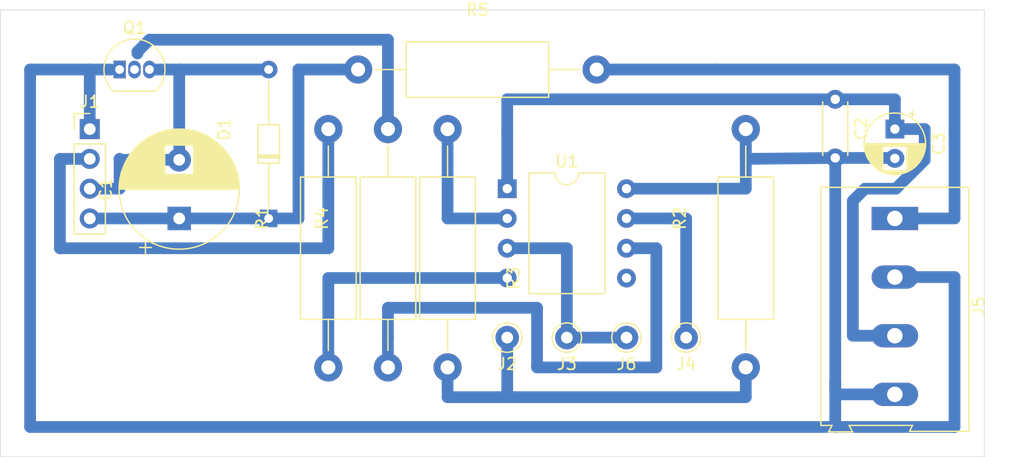
<source format=kicad_pcb>
(kicad_pcb (version 20171130) (host pcbnew "(5.1.4)-1")

  (general
    (thickness 1.6)
    (drawings 4)
    (tracks 79)
    (zones 0)
    (modules 17)
    (nets 15)
  )

  (page A4)
  (layers
    (0 F.Cu jumper)
    (31 B.Cu mixed)
    (33 F.Adhes user)
    (35 F.Paste user)
    (37 F.SilkS user)
    (39 F.Mask user)
    (40 Dwgs.User user)
    (41 Cmts.User user)
    (42 Eco1.User user)
    (43 Eco2.User user)
    (44 Edge.Cuts user)
    (45 Margin user)
    (46 B.CrtYd user)
    (47 F.CrtYd user)
    (49 F.Fab user)
  )

  (setup
    (last_trace_width 1)
    (user_trace_width 0.5)
    (trace_clearance 0.5)
    (zone_clearance 0.508)
    (zone_45_only no)
    (trace_min 0.2)
    (via_size 0.8)
    (via_drill 0.4)
    (via_min_size 0.4)
    (via_min_drill 0.3)
    (uvia_size 0.3)
    (uvia_drill 0.1)
    (uvias_allowed no)
    (uvia_min_size 0.2)
    (uvia_min_drill 0.1)
    (edge_width 0.05)
    (segment_width 0.2)
    (pcb_text_width 0.3)
    (pcb_text_size 1.5 1.5)
    (mod_edge_width 0.12)
    (mod_text_size 1 1)
    (mod_text_width 0.15)
    (pad_size 1.524 1.524)
    (pad_drill 0.762)
    (pad_to_mask_clearance 0.051)
    (solder_mask_min_width 0.25)
    (aux_axis_origin 0 0)
    (visible_elements 7FFFFFFF)
    (pcbplotparams
      (layerselection 0x010fc_ffffffff)
      (usegerberextensions false)
      (usegerberattributes false)
      (usegerberadvancedattributes false)
      (creategerberjobfile false)
      (excludeedgelayer true)
      (linewidth 0.100000)
      (plotframeref false)
      (viasonmask false)
      (mode 1)
      (useauxorigin false)
      (hpglpennumber 1)
      (hpglpenspeed 20)
      (hpglpendiameter 15.000000)
      (psnegative false)
      (psa4output false)
      (plotreference true)
      (plotvalue true)
      (plotinvisibletext false)
      (padsonsilk false)
      (subtractmaskfromsilk false)
      (outputformat 1)
      (mirror false)
      (drillshape 1)
      (scaleselection 1)
      (outputdirectory ""))
  )

  (net 0 "")
  (net 1 "Net-(C1-Pad2)")
  (net 2 "Net-(C1-Pad1)")
  (net 3 GNDD)
  (net 4 +5P)
  (net 5 "Net-(J1-Pad2)")
  (net 6 "Net-(J2-Pad1)")
  (net 7 "Net-(J3-Pad1)")
  (net 8 "Net-(J4-Pad1)")
  (net 9 +5C)
  (net 10 "Net-(Q1-Pad2)")
  (net 11 "Net-(R1-Pad1)")
  (net 12 "Net-(R3-Pad1)")
  (net 13 "Net-(R4-Pad1)")
  (net 14 "Net-(U1-Pad5)")

  (net_class Default "This is the default net class."
    (clearance 0.5)
    (trace_width 1)
    (via_dia 0.8)
    (via_drill 0.4)
    (uvia_dia 0.3)
    (uvia_drill 0.1)
    (add_net +5C)
    (add_net +5P)
    (add_net GNDD)
    (add_net "Net-(C1-Pad1)")
    (add_net "Net-(C1-Pad2)")
    (add_net "Net-(J1-Pad2)")
    (add_net "Net-(J2-Pad1)")
    (add_net "Net-(J3-Pad1)")
    (add_net "Net-(J4-Pad1)")
    (add_net "Net-(Q1-Pad2)")
    (add_net "Net-(R1-Pad1)")
    (add_net "Net-(R3-Pad1)")
    (add_net "Net-(R4-Pad1)")
    (add_net "Net-(U1-Pad5)")
  )

  (module Package_TO_SOT_THT:TO-92_Inline (layer F.Cu) (tedit 5A1DD157) (tstamp 5DE6AFBE)
    (at 78.74 22.86)
    (descr "TO-92 leads in-line, narrow, oval pads, drill 0.75mm (see NXP sot054_po.pdf)")
    (tags "to-92 sc-43 sc-43a sot54 PA33 transistor")
    (path /5DDD8726)
    (fp_text reference Q1 (at 1.27 -3.56) (layer F.SilkS)
      (effects (font (size 1 1) (thickness 0.15)))
    )
    (fp_text value KN2222A (at 1.27 2.79) (layer F.Fab)
      (effects (font (size 1 1) (thickness 0.15)))
    )
    (fp_arc (start 1.27 0) (end 1.27 -2.6) (angle 135) (layer F.SilkS) (width 0.12))
    (fp_arc (start 1.27 0) (end 1.27 -2.48) (angle -135) (layer F.Fab) (width 0.1))
    (fp_arc (start 1.27 0) (end 1.27 -2.6) (angle -135) (layer F.SilkS) (width 0.12))
    (fp_arc (start 1.27 0) (end 1.27 -2.48) (angle 135) (layer F.Fab) (width 0.1))
    (fp_line (start 4 2.01) (end -1.46 2.01) (layer F.CrtYd) (width 0.05))
    (fp_line (start 4 2.01) (end 4 -2.73) (layer F.CrtYd) (width 0.05))
    (fp_line (start -1.46 -2.73) (end -1.46 2.01) (layer F.CrtYd) (width 0.05))
    (fp_line (start -1.46 -2.73) (end 4 -2.73) (layer F.CrtYd) (width 0.05))
    (fp_line (start -0.5 1.75) (end 3 1.75) (layer F.Fab) (width 0.1))
    (fp_line (start -0.53 1.85) (end 3.07 1.85) (layer F.SilkS) (width 0.12))
    (fp_text user %R (at 1.27 -3.56) (layer F.Fab)
      (effects (font (size 1 1) (thickness 0.15)))
    )
    (pad 1 thru_hole rect (at 0 0) (size 1.05 1.5) (drill 0.75) (layers *.Cu *.Mask)
      (net 3 GNDD))
    (pad 3 thru_hole oval (at 2.54 0) (size 1.05 1.5) (drill 0.75) (layers *.Cu *.Mask)
      (net 1 "Net-(C1-Pad2)"))
    (pad 2 thru_hole oval (at 1.27 0) (size 1.05 1.5) (drill 0.75) (layers *.Cu *.Mask)
      (net 10 "Net-(Q1-Pad2)"))
    (model ${KISYS3DMOD}/Package_TO_SOT_THT.3dshapes/TO-92_Inline.wrl
      (at (xyz 0 0 0))
      (scale (xyz 1 1 1))
      (rotate (xyz 0 0 0))
    )
  )

  (module Resistor_THT:R_Axial_DIN0414_L11.9mm_D4.5mm_P20.32mm_Horizontal (layer F.Cu) (tedit 5AE5139B) (tstamp 5DE6B01A)
    (at 101.6 48.26 90)
    (descr "Resistor, Axial_DIN0414 series, Axial, Horizontal, pin pitch=20.32mm, 2W, length*diameter=11.9*4.5mm^2, http://www.vishay.com/docs/20128/wkxwrx.pdf")
    (tags "Resistor Axial_DIN0414 series Axial Horizontal pin pitch 20.32mm 2W length 11.9mm diameter 4.5mm")
    (path /5DE6796A)
    (fp_text reference R4 (at 12.7 -5.62 90) (layer F.SilkS)
      (effects (font (size 1 1) (thickness 0.15)))
    )
    (fp_text value 1k (at 10.16 5.08 90) (layer F.Fab)
      (effects (font (size 1 1) (thickness 0.15)))
    )
    (fp_text user %R (at 12.7 0 90) (layer F.Fab)
      (effects (font (size 1 1) (thickness 0.15)))
    )
    (fp_line (start 21.77 -2.5) (end -1.45 -2.5) (layer F.CrtYd) (width 0.05))
    (fp_line (start 21.77 2.5) (end 21.77 -2.5) (layer F.CrtYd) (width 0.05))
    (fp_line (start -1.45 2.5) (end 21.77 2.5) (layer F.CrtYd) (width 0.05))
    (fp_line (start -1.45 -2.5) (end -1.45 2.5) (layer F.CrtYd) (width 0.05))
    (fp_line (start 18.88 0) (end 16.23 0) (layer F.SilkS) (width 0.12))
    (fp_line (start 1.44 0) (end 4.09 0) (layer F.SilkS) (width 0.12))
    (fp_line (start 16.23 -2.37) (end 4.09 -2.37) (layer F.SilkS) (width 0.12))
    (fp_line (start 16.23 2.37) (end 16.23 -2.37) (layer F.SilkS) (width 0.12))
    (fp_line (start 4.09 2.37) (end 16.23 2.37) (layer F.SilkS) (width 0.12))
    (fp_line (start 4.09 -2.37) (end 4.09 2.37) (layer F.SilkS) (width 0.12))
    (fp_line (start 20.32 0) (end 16.11 0) (layer F.Fab) (width 0.1))
    (fp_line (start 0 0) (end 4.21 0) (layer F.Fab) (width 0.1))
    (fp_line (start 16.11 -2.25) (end 4.21 -2.25) (layer F.Fab) (width 0.1))
    (fp_line (start 16.11 2.25) (end 16.11 -2.25) (layer F.Fab) (width 0.1))
    (fp_line (start 4.21 2.25) (end 16.11 2.25) (layer F.Fab) (width 0.1))
    (fp_line (start 4.21 -2.25) (end 4.21 2.25) (layer F.Fab) (width 0.1))
    (pad 2 thru_hole oval (at 20.32 0 90) (size 2.4 2.4) (drill 1.2) (layers *.Cu *.Mask)
      (net 10 "Net-(Q1-Pad2)"))
    (pad 1 thru_hole circle (at 0 0 90) (size 2.4 2.4) (drill 1.2) (layers *.Cu *.Mask)
      (net 13 "Net-(R4-Pad1)"))
    (model ${KISYS3DMOD}/Resistor_THT.3dshapes/R_Axial_DIN0414_L11.9mm_D4.5mm_P20.32mm_Horizontal.wrl
      (at (xyz 0 0 0))
      (scale (xyz 1 1 1))
      (rotate (xyz 0 0 0))
    )
  )

  (module TerminalBlock:TerminalBlock_Altech_AK300-4_P5.00mm (layer F.Cu) (tedit 59FF0306) (tstamp 5DE6AFA2)
    (at 144.78 35.56 270)
    (descr "Altech AK300 terminal block, pitch 5.0mm, 45 degree angled, see http://www.mouser.com/ds/2/16/PCBMETRC-24178.pdf")
    (tags "Altech AK300 terminal block pitch 5.0mm")
    (path /5DE74C50)
    (fp_text reference J5 (at 7.5 -7.15 90) (layer F.SilkS)
      (effects (font (size 1 1) (thickness 0.15)))
    )
    (fp_text value Screw_Terminal_01x04 (at 7.45 -10.16 90) (layer F.Fab)
      (effects (font (size 1 1) (thickness 0.15)))
    )
    (fp_text user %R (at 7.5 -2 90) (layer F.Fab)
      (effects (font (size 1 1) (thickness 0.15)))
    )
    (fp_line (start -2.65 -6.3) (end 18.15 -6.3) (layer F.SilkS) (width 0.12))
    (fp_line (start 18.15 -6.3) (end 18.15 -1.25) (layer F.SilkS) (width 0.12))
    (fp_line (start 18.15 -1.25) (end 17.65 -1.5) (layer F.SilkS) (width 0.12))
    (fp_line (start 17.65 -1.5) (end 17.65 3.9) (layer F.SilkS) (width 0.12))
    (fp_line (start 17.65 3.9) (end 18.2 3.6) (layer F.SilkS) (width 0.12))
    (fp_line (start 18.2 3.6) (end 18.2 5.65) (layer F.SilkS) (width 0.12))
    (fp_line (start 18.2 5.65) (end 17.65 5.35) (layer F.SilkS) (width 0.12))
    (fp_line (start 17.65 5.35) (end 17.65 6.3) (layer F.SilkS) (width 0.12))
    (fp_line (start 17.65 6.3) (end -2.65 6.3) (layer F.SilkS) (width 0.12))
    (fp_line (start -2.65 6.3) (end -2.65 -6.3) (layer F.SilkS) (width 0.12))
    (fp_line (start 8.75 -0.25) (end 8.75 2.54) (layer F.Fab) (width 0.1))
    (fp_line (start 8.75 2.54) (end 11.29 2.54) (layer F.Fab) (width 0.1))
    (fp_line (start 11.29 2.54) (end 11.29 -0.25) (layer F.Fab) (width 0.1))
    (fp_line (start 7.94 -3.43) (end 7.94 -5.97) (layer F.Fab) (width 0.1))
    (fp_line (start 7.94 -5.97) (end 12 -5.97) (layer F.Fab) (width 0.1))
    (fp_line (start 12 -5.97) (end 12 -3.43) (layer F.Fab) (width 0.1))
    (fp_line (start 12 -3.43) (end 7.94 -3.43) (layer F.Fab) (width 0.1))
    (fp_line (start 8.34 -4.45) (end 11.39 -5.08) (layer F.Fab) (width 0.1))
    (fp_line (start 8.47 -4.32) (end 11.52 -4.95) (layer F.Fab) (width 0.1))
    (fp_line (start 7.99 4.32) (end 12.05 4.32) (layer F.Fab) (width 0.1))
    (fp_line (start 12.05 6.22) (end 12.05 -0.25) (layer F.Fab) (width 0.1))
    (fp_line (start 8.37 0.51) (end 8.75 0.51) (layer F.Fab) (width 0.1))
    (fp_line (start 8.37 0.51) (end 8.37 3.68) (layer F.Fab) (width 0.1))
    (fp_line (start 8.37 3.68) (end 11.67 3.68) (layer F.Fab) (width 0.1))
    (fp_line (start 11.67 3.68) (end 11.67 0.51) (layer F.Fab) (width 0.1))
    (fp_line (start 11.67 0.51) (end 11.29 0.51) (layer F.Fab) (width 0.1))
    (fp_line (start 12.51 -0.64) (end 17.59 -0.64) (layer F.Fab) (width 0.1))
    (fp_line (start 7.99 6.22) (end 7.99 -0.25) (layer F.Fab) (width 0.1))
    (fp_line (start 7.99 -0.25) (end 12.05 -0.25) (layer F.Fab) (width 0.1))
    (fp_line (start 16.95 6.22) (end 13.02 6.22) (layer F.Fab) (width 0.1))
    (fp_line (start 13.17 6.22) (end 7.07 6.22) (layer F.Fab) (width 0.1))
    (fp_line (start 17.59 -3.05) (end -2.58 -3.05) (layer F.Fab) (width 0.1))
    (fp_line (start 17.74 -6.22) (end -2.58 -6.22) (layer F.Fab) (width 0.1))
    (fp_line (start 12.66 -0.64) (end -2.52 -0.64) (layer F.Fab) (width 0.1))
    (fp_line (start 12.95 4) (end 12.95 -0.25) (layer F.Fab) (width 0.1))
    (fp_line (start 13.35 -0.25) (end 16.65 -0.25) (layer F.Fab) (width 0.1))
    (fp_line (start 12.97 -0.25) (end 13.35 -0.25) (layer F.Fab) (width 0.1))
    (fp_line (start 17.03 -0.25) (end 16.65 -0.25) (layer F.Fab) (width 0.1))
    (fp_line (start 13.5 -4.32) (end 16.55 -4.95) (layer F.Fab) (width 0.1))
    (fp_line (start 13.37 -4.45) (end 16.42 -5.08) (layer F.Fab) (width 0.1))
    (fp_line (start 17.03 -3.43) (end 12.97 -3.43) (layer F.Fab) (width 0.1))
    (fp_line (start 17.03 -5.97) (end 17.03 -3.43) (layer F.Fab) (width 0.1))
    (fp_line (start 12.97 -5.97) (end 17.03 -5.97) (layer F.Fab) (width 0.1))
    (fp_line (start 12.97 -3.43) (end 12.97 -5.97) (layer F.Fab) (width 0.1))
    (fp_line (start 17.59 -3.17) (end 17.59 -1.65) (layer F.Fab) (width 0.1))
    (fp_line (start 17.59 -0.64) (end 17.59 4.06) (layer F.Fab) (width 0.1))
    (fp_line (start 17.59 -1.65) (end 17.59 -0.64) (layer F.Fab) (width 0.1))
    (fp_line (start 16.65 0.51) (end 16.27 0.51) (layer F.Fab) (width 0.1))
    (fp_line (start 13.35 0.51) (end 13.73 0.51) (layer F.Fab) (width 0.1))
    (fp_line (start 13.35 3.68) (end 13.35 0.51) (layer F.Fab) (width 0.1))
    (fp_line (start 16.65 3.68) (end 13.35 3.68) (layer F.Fab) (width 0.1))
    (fp_line (start 16.65 3.68) (end 16.65 0.51) (layer F.Fab) (width 0.1))
    (fp_line (start 17.03 4.32) (end 17.03 6.22) (layer F.Fab) (width 0.1))
    (fp_line (start 12.97 4.32) (end 17.03 4.32) (layer F.Fab) (width 0.1))
    (fp_line (start 17.03 6.22) (end 17.59 6.22) (layer F.Fab) (width 0.1))
    (fp_line (start 17.03 -0.25) (end 17.03 4.32) (layer F.Fab) (width 0.1))
    (fp_line (start 12.97 6.22) (end 12.97 4.32) (layer F.Fab) (width 0.1))
    (fp_line (start 18.1 3.81) (end 18.1 5.46) (layer F.Fab) (width 0.1))
    (fp_line (start 17.59 4.06) (end 17.59 5.21) (layer F.Fab) (width 0.1))
    (fp_line (start 18.1 3.81) (end 17.59 4.06) (layer F.Fab) (width 0.1))
    (fp_line (start 17.59 5.21) (end 17.59 6.22) (layer F.Fab) (width 0.1))
    (fp_line (start 18.1 5.46) (end 17.59 5.21) (layer F.Fab) (width 0.1))
    (fp_line (start 18.1 -1.4) (end 17.59 -1.65) (layer F.Fab) (width 0.1))
    (fp_line (start 18.1 -6.22) (end 18.1 -1.4) (layer F.Fab) (width 0.1))
    (fp_line (start 17.59 -6.22) (end 18.1 -6.22) (layer F.Fab) (width 0.1))
    (fp_line (start 17.59 -6.22) (end 17.59 -3.17) (layer F.Fab) (width 0.1))
    (fp_line (start 13.73 2.54) (end 13.73 -0.25) (layer F.Fab) (width 0.1))
    (fp_line (start 13.73 -0.25) (end 16.27 -0.25) (layer F.Fab) (width 0.1))
    (fp_line (start 16.27 2.54) (end 16.27 -0.25) (layer F.Fab) (width 0.1))
    (fp_line (start 13.73 2.54) (end 16.27 2.54) (layer F.Fab) (width 0.1))
    (fp_line (start -1.28 2.54) (end 1.26 2.54) (layer F.Fab) (width 0.1))
    (fp_line (start 1.26 2.54) (end 1.26 -0.25) (layer F.Fab) (width 0.1))
    (fp_line (start -1.28 -0.25) (end 1.26 -0.25) (layer F.Fab) (width 0.1))
    (fp_line (start -1.28 2.54) (end -1.28 -0.25) (layer F.Fab) (width 0.1))
    (fp_line (start 3.72 2.54) (end 6.26 2.54) (layer F.Fab) (width 0.1))
    (fp_line (start 6.26 2.54) (end 6.26 -0.25) (layer F.Fab) (width 0.1))
    (fp_line (start 3.72 -0.25) (end 6.26 -0.25) (layer F.Fab) (width 0.1))
    (fp_line (start 3.72 2.54) (end 3.72 -0.25) (layer F.Fab) (width 0.1))
    (fp_line (start 12.95 5.21) (end 12.95 6.22) (layer F.Fab) (width 0.1))
    (fp_line (start 12.95 4.06) (end 12.95 5.21) (layer F.Fab) (width 0.1))
    (fp_line (start 2.96 6.22) (end 2.96 4.32) (layer F.Fab) (width 0.1))
    (fp_line (start 7.02 -0.25) (end 7.02 4.32) (layer F.Fab) (width 0.1))
    (fp_line (start 2.96 6.22) (end 7.02 6.22) (layer F.Fab) (width 0.1))
    (fp_line (start 2.02 6.22) (end 2.02 4.32) (layer F.Fab) (width 0.1))
    (fp_line (start 2.02 6.22) (end 2.96 6.22) (layer F.Fab) (width 0.1))
    (fp_line (start -2.05 -0.25) (end -2.05 4.32) (layer F.Fab) (width 0.1))
    (fp_line (start -2.58 6.22) (end -2.05 6.22) (layer F.Fab) (width 0.1))
    (fp_line (start -2.05 6.22) (end 2.02 6.22) (layer F.Fab) (width 0.1))
    (fp_line (start 2.96 4.32) (end 7.02 4.32) (layer F.Fab) (width 0.1))
    (fp_line (start 2.96 4.32) (end 2.96 -0.25) (layer F.Fab) (width 0.1))
    (fp_line (start 7.02 4.32) (end 7.02 6.22) (layer F.Fab) (width 0.1))
    (fp_line (start 2.02 4.32) (end -2.05 4.32) (layer F.Fab) (width 0.1))
    (fp_line (start 2.02 4.32) (end 2.02 -0.25) (layer F.Fab) (width 0.1))
    (fp_line (start -2.05 4.32) (end -2.05 6.22) (layer F.Fab) (width 0.1))
    (fp_line (start 6.64 3.68) (end 6.64 0.51) (layer F.Fab) (width 0.1))
    (fp_line (start 6.64 3.68) (end 3.34 3.68) (layer F.Fab) (width 0.1))
    (fp_line (start 3.34 3.68) (end 3.34 0.51) (layer F.Fab) (width 0.1))
    (fp_line (start 1.64 3.68) (end 1.64 0.51) (layer F.Fab) (width 0.1))
    (fp_line (start 1.64 3.68) (end -1.67 3.68) (layer F.Fab) (width 0.1))
    (fp_line (start -1.67 3.68) (end -1.67 0.51) (layer F.Fab) (width 0.1))
    (fp_line (start -1.67 0.51) (end -1.28 0.51) (layer F.Fab) (width 0.1))
    (fp_line (start 1.64 0.51) (end 1.26 0.51) (layer F.Fab) (width 0.1))
    (fp_line (start 3.34 0.51) (end 3.72 0.51) (layer F.Fab) (width 0.1))
    (fp_line (start 6.64 0.51) (end 6.26 0.51) (layer F.Fab) (width 0.1))
    (fp_line (start -2.58 6.22) (end -2.58 -0.64) (layer F.Fab) (width 0.1))
    (fp_line (start -2.58 -0.64) (end -2.58 -3.17) (layer F.Fab) (width 0.1))
    (fp_line (start -2.58 -3.17) (end -2.58 -6.22) (layer F.Fab) (width 0.1))
    (fp_line (start 2.96 -3.43) (end 2.96 -5.97) (layer F.Fab) (width 0.1))
    (fp_line (start 2.96 -5.97) (end 7.02 -5.97) (layer F.Fab) (width 0.1))
    (fp_line (start 7.02 -5.97) (end 7.02 -3.43) (layer F.Fab) (width 0.1))
    (fp_line (start 7.02 -3.43) (end 2.96 -3.43) (layer F.Fab) (width 0.1))
    (fp_line (start 2.02 -3.43) (end 2.02 -5.97) (layer F.Fab) (width 0.1))
    (fp_line (start 2.02 -3.43) (end -2.05 -3.43) (layer F.Fab) (width 0.1))
    (fp_line (start -2.05 -3.43) (end -2.05 -5.97) (layer F.Fab) (width 0.1))
    (fp_line (start 2.02 -5.97) (end -2.05 -5.97) (layer F.Fab) (width 0.1))
    (fp_line (start 3.36 -4.45) (end 6.41 -5.08) (layer F.Fab) (width 0.1))
    (fp_line (start 3.49 -4.32) (end 6.54 -4.95) (layer F.Fab) (width 0.1))
    (fp_line (start -1.64 -4.45) (end 1.41 -5.08) (layer F.Fab) (width 0.1))
    (fp_line (start -1.51 -4.32) (end 1.53 -4.95) (layer F.Fab) (width 0.1))
    (fp_line (start -2.05 -0.25) (end -1.67 -0.25) (layer F.Fab) (width 0.1))
    (fp_line (start 2.02 -0.25) (end 1.64 -0.25) (layer F.Fab) (width 0.1))
    (fp_line (start 1.64 -0.25) (end -1.67 -0.25) (layer F.Fab) (width 0.1))
    (fp_line (start 7.02 -0.25) (end 6.64 -0.25) (layer F.Fab) (width 0.1))
    (fp_line (start 2.96 -0.25) (end 3.34 -0.25) (layer F.Fab) (width 0.1))
    (fp_line (start 3.34 -0.25) (end 6.64 -0.25) (layer F.Fab) (width 0.1))
    (fp_line (start -2.83 -6.47) (end 18.35 -6.47) (layer F.CrtYd) (width 0.05))
    (fp_line (start -2.83 -6.47) (end -2.83 6.47) (layer F.CrtYd) (width 0.05))
    (fp_line (start 18.35 6.47) (end 18.35 -6.47) (layer F.CrtYd) (width 0.05))
    (fp_line (start 18.35 6.47) (end -2.83 6.47) (layer F.CrtYd) (width 0.05))
    (fp_arc (start 10.99 -4.59) (end 11.49 -5.05) (angle 90.5) (layer F.Fab) (width 0.1))
    (fp_arc (start 10.02 -6.07) (end 11.48 -4.12) (angle 75.5) (layer F.Fab) (width 0.1))
    (fp_arc (start 9.94 -3.71) (end 8.34 -5) (angle 100) (layer F.Fab) (width 0.1))
    (fp_arc (start 8.83 -4.65) (end 8.54 -4.13) (angle 104.2) (layer F.Fab) (width 0.1))
    (fp_arc (start 13.86 -4.65) (end 13.57 -4.13) (angle 104.2) (layer F.Fab) (width 0.1))
    (fp_arc (start 14.97 -3.71) (end 13.37 -5) (angle 100) (layer F.Fab) (width 0.1))
    (fp_arc (start 15.05 -6.07) (end 16.51 -4.12) (angle 75.5) (layer F.Fab) (width 0.1))
    (fp_arc (start 16.02 -4.59) (end 16.52 -5.05) (angle 90.5) (layer F.Fab) (width 0.1))
    (fp_arc (start 6.01 -4.59) (end 6.51 -5.05) (angle 90.5) (layer F.Fab) (width 0.1))
    (fp_arc (start 5.04 -6.07) (end 6.5 -4.12) (angle 75.5) (layer F.Fab) (width 0.1))
    (fp_arc (start 4.96 -3.71) (end 3.36 -5) (angle 100) (layer F.Fab) (width 0.1))
    (fp_arc (start 3.85 -4.65) (end 3.56 -4.13) (angle 104.2) (layer F.Fab) (width 0.1))
    (fp_arc (start 1 -4.59) (end 1.51 -5.05) (angle 90.5) (layer F.Fab) (width 0.1))
    (fp_arc (start 0.04 -6.07) (end 1.5 -4.12) (angle 75.5) (layer F.Fab) (width 0.1))
    (fp_arc (start -0.04 -3.71) (end -1.64 -5) (angle 100) (layer F.Fab) (width 0.1))
    (fp_arc (start -1.16 -4.65) (end -1.44 -4.13) (angle 104.2) (layer F.Fab) (width 0.1))
    (pad 1 thru_hole rect (at 0 0 270) (size 1.98 3.96) (drill 1.32) (layers *.Cu *.Mask)
      (net 9 +5C))
    (pad 2 thru_hole oval (at 5 0 270) (size 1.98 3.96) (drill 1.32) (layers *.Cu *.Mask)
      (net 3 GNDD))
    (pad 4 thru_hole oval (at 15 0 270) (size 1.98 3.96) (drill 1.32) (layers *.Cu *.Mask)
      (net 3 GNDD))
    (pad 3 thru_hole oval (at 10 0 270) (size 1.98 3.96) (drill 1.32) (layers *.Cu *.Mask)
      (net 4 +5P))
    (model ${KISYS3DMOD}/TerminalBlock.3dshapes/TerminalBlock_Altech_AK300-4_P5.00mm.wrl
      (at (xyz 0 0 0))
      (scale (xyz 1 1 1))
      (rotate (xyz 0 0 0))
    )
  )

  (module Capacitor_THT:CP_Radial_D5.0mm_P2.50mm (layer F.Cu) (tedit 5AE50EF0) (tstamp 5DE6AEB3)
    (at 144.78 27.94 270)
    (descr "CP, Radial series, Radial, pin pitch=2.50mm, , diameter=5mm, Electrolytic Capacitor")
    (tags "CP Radial series Radial pin pitch 2.50mm  diameter 5mm Electrolytic Capacitor")
    (path /5DE6A8BE)
    (fp_text reference C3 (at 1.25 -3.75 90) (layer F.SilkS)
      (effects (font (size 1 1) (thickness 0.15)))
    )
    (fp_text value 10uF (at 1.25 3.75 90) (layer F.Fab)
      (effects (font (size 1 1) (thickness 0.15)))
    )
    (fp_text user %R (at 1.25 0 90) (layer F.Fab)
      (effects (font (size 1 1) (thickness 0.15)))
    )
    (fp_line (start -1.304775 -1.725) (end -1.304775 -1.225) (layer F.SilkS) (width 0.12))
    (fp_line (start -1.554775 -1.475) (end -1.054775 -1.475) (layer F.SilkS) (width 0.12))
    (fp_line (start 3.851 -0.284) (end 3.851 0.284) (layer F.SilkS) (width 0.12))
    (fp_line (start 3.811 -0.518) (end 3.811 0.518) (layer F.SilkS) (width 0.12))
    (fp_line (start 3.771 -0.677) (end 3.771 0.677) (layer F.SilkS) (width 0.12))
    (fp_line (start 3.731 -0.805) (end 3.731 0.805) (layer F.SilkS) (width 0.12))
    (fp_line (start 3.691 -0.915) (end 3.691 0.915) (layer F.SilkS) (width 0.12))
    (fp_line (start 3.651 -1.011) (end 3.651 1.011) (layer F.SilkS) (width 0.12))
    (fp_line (start 3.611 -1.098) (end 3.611 1.098) (layer F.SilkS) (width 0.12))
    (fp_line (start 3.571 -1.178) (end 3.571 1.178) (layer F.SilkS) (width 0.12))
    (fp_line (start 3.531 1.04) (end 3.531 1.251) (layer F.SilkS) (width 0.12))
    (fp_line (start 3.531 -1.251) (end 3.531 -1.04) (layer F.SilkS) (width 0.12))
    (fp_line (start 3.491 1.04) (end 3.491 1.319) (layer F.SilkS) (width 0.12))
    (fp_line (start 3.491 -1.319) (end 3.491 -1.04) (layer F.SilkS) (width 0.12))
    (fp_line (start 3.451 1.04) (end 3.451 1.383) (layer F.SilkS) (width 0.12))
    (fp_line (start 3.451 -1.383) (end 3.451 -1.04) (layer F.SilkS) (width 0.12))
    (fp_line (start 3.411 1.04) (end 3.411 1.443) (layer F.SilkS) (width 0.12))
    (fp_line (start 3.411 -1.443) (end 3.411 -1.04) (layer F.SilkS) (width 0.12))
    (fp_line (start 3.371 1.04) (end 3.371 1.5) (layer F.SilkS) (width 0.12))
    (fp_line (start 3.371 -1.5) (end 3.371 -1.04) (layer F.SilkS) (width 0.12))
    (fp_line (start 3.331 1.04) (end 3.331 1.554) (layer F.SilkS) (width 0.12))
    (fp_line (start 3.331 -1.554) (end 3.331 -1.04) (layer F.SilkS) (width 0.12))
    (fp_line (start 3.291 1.04) (end 3.291 1.605) (layer F.SilkS) (width 0.12))
    (fp_line (start 3.291 -1.605) (end 3.291 -1.04) (layer F.SilkS) (width 0.12))
    (fp_line (start 3.251 1.04) (end 3.251 1.653) (layer F.SilkS) (width 0.12))
    (fp_line (start 3.251 -1.653) (end 3.251 -1.04) (layer F.SilkS) (width 0.12))
    (fp_line (start 3.211 1.04) (end 3.211 1.699) (layer F.SilkS) (width 0.12))
    (fp_line (start 3.211 -1.699) (end 3.211 -1.04) (layer F.SilkS) (width 0.12))
    (fp_line (start 3.171 1.04) (end 3.171 1.743) (layer F.SilkS) (width 0.12))
    (fp_line (start 3.171 -1.743) (end 3.171 -1.04) (layer F.SilkS) (width 0.12))
    (fp_line (start 3.131 1.04) (end 3.131 1.785) (layer F.SilkS) (width 0.12))
    (fp_line (start 3.131 -1.785) (end 3.131 -1.04) (layer F.SilkS) (width 0.12))
    (fp_line (start 3.091 1.04) (end 3.091 1.826) (layer F.SilkS) (width 0.12))
    (fp_line (start 3.091 -1.826) (end 3.091 -1.04) (layer F.SilkS) (width 0.12))
    (fp_line (start 3.051 1.04) (end 3.051 1.864) (layer F.SilkS) (width 0.12))
    (fp_line (start 3.051 -1.864) (end 3.051 -1.04) (layer F.SilkS) (width 0.12))
    (fp_line (start 3.011 1.04) (end 3.011 1.901) (layer F.SilkS) (width 0.12))
    (fp_line (start 3.011 -1.901) (end 3.011 -1.04) (layer F.SilkS) (width 0.12))
    (fp_line (start 2.971 1.04) (end 2.971 1.937) (layer F.SilkS) (width 0.12))
    (fp_line (start 2.971 -1.937) (end 2.971 -1.04) (layer F.SilkS) (width 0.12))
    (fp_line (start 2.931 1.04) (end 2.931 1.971) (layer F.SilkS) (width 0.12))
    (fp_line (start 2.931 -1.971) (end 2.931 -1.04) (layer F.SilkS) (width 0.12))
    (fp_line (start 2.891 1.04) (end 2.891 2.004) (layer F.SilkS) (width 0.12))
    (fp_line (start 2.891 -2.004) (end 2.891 -1.04) (layer F.SilkS) (width 0.12))
    (fp_line (start 2.851 1.04) (end 2.851 2.035) (layer F.SilkS) (width 0.12))
    (fp_line (start 2.851 -2.035) (end 2.851 -1.04) (layer F.SilkS) (width 0.12))
    (fp_line (start 2.811 1.04) (end 2.811 2.065) (layer F.SilkS) (width 0.12))
    (fp_line (start 2.811 -2.065) (end 2.811 -1.04) (layer F.SilkS) (width 0.12))
    (fp_line (start 2.771 1.04) (end 2.771 2.095) (layer F.SilkS) (width 0.12))
    (fp_line (start 2.771 -2.095) (end 2.771 -1.04) (layer F.SilkS) (width 0.12))
    (fp_line (start 2.731 1.04) (end 2.731 2.122) (layer F.SilkS) (width 0.12))
    (fp_line (start 2.731 -2.122) (end 2.731 -1.04) (layer F.SilkS) (width 0.12))
    (fp_line (start 2.691 1.04) (end 2.691 2.149) (layer F.SilkS) (width 0.12))
    (fp_line (start 2.691 -2.149) (end 2.691 -1.04) (layer F.SilkS) (width 0.12))
    (fp_line (start 2.651 1.04) (end 2.651 2.175) (layer F.SilkS) (width 0.12))
    (fp_line (start 2.651 -2.175) (end 2.651 -1.04) (layer F.SilkS) (width 0.12))
    (fp_line (start 2.611 1.04) (end 2.611 2.2) (layer F.SilkS) (width 0.12))
    (fp_line (start 2.611 -2.2) (end 2.611 -1.04) (layer F.SilkS) (width 0.12))
    (fp_line (start 2.571 1.04) (end 2.571 2.224) (layer F.SilkS) (width 0.12))
    (fp_line (start 2.571 -2.224) (end 2.571 -1.04) (layer F.SilkS) (width 0.12))
    (fp_line (start 2.531 1.04) (end 2.531 2.247) (layer F.SilkS) (width 0.12))
    (fp_line (start 2.531 -2.247) (end 2.531 -1.04) (layer F.SilkS) (width 0.12))
    (fp_line (start 2.491 1.04) (end 2.491 2.268) (layer F.SilkS) (width 0.12))
    (fp_line (start 2.491 -2.268) (end 2.491 -1.04) (layer F.SilkS) (width 0.12))
    (fp_line (start 2.451 1.04) (end 2.451 2.29) (layer F.SilkS) (width 0.12))
    (fp_line (start 2.451 -2.29) (end 2.451 -1.04) (layer F.SilkS) (width 0.12))
    (fp_line (start 2.411 1.04) (end 2.411 2.31) (layer F.SilkS) (width 0.12))
    (fp_line (start 2.411 -2.31) (end 2.411 -1.04) (layer F.SilkS) (width 0.12))
    (fp_line (start 2.371 1.04) (end 2.371 2.329) (layer F.SilkS) (width 0.12))
    (fp_line (start 2.371 -2.329) (end 2.371 -1.04) (layer F.SilkS) (width 0.12))
    (fp_line (start 2.331 1.04) (end 2.331 2.348) (layer F.SilkS) (width 0.12))
    (fp_line (start 2.331 -2.348) (end 2.331 -1.04) (layer F.SilkS) (width 0.12))
    (fp_line (start 2.291 1.04) (end 2.291 2.365) (layer F.SilkS) (width 0.12))
    (fp_line (start 2.291 -2.365) (end 2.291 -1.04) (layer F.SilkS) (width 0.12))
    (fp_line (start 2.251 1.04) (end 2.251 2.382) (layer F.SilkS) (width 0.12))
    (fp_line (start 2.251 -2.382) (end 2.251 -1.04) (layer F.SilkS) (width 0.12))
    (fp_line (start 2.211 1.04) (end 2.211 2.398) (layer F.SilkS) (width 0.12))
    (fp_line (start 2.211 -2.398) (end 2.211 -1.04) (layer F.SilkS) (width 0.12))
    (fp_line (start 2.171 1.04) (end 2.171 2.414) (layer F.SilkS) (width 0.12))
    (fp_line (start 2.171 -2.414) (end 2.171 -1.04) (layer F.SilkS) (width 0.12))
    (fp_line (start 2.131 1.04) (end 2.131 2.428) (layer F.SilkS) (width 0.12))
    (fp_line (start 2.131 -2.428) (end 2.131 -1.04) (layer F.SilkS) (width 0.12))
    (fp_line (start 2.091 1.04) (end 2.091 2.442) (layer F.SilkS) (width 0.12))
    (fp_line (start 2.091 -2.442) (end 2.091 -1.04) (layer F.SilkS) (width 0.12))
    (fp_line (start 2.051 1.04) (end 2.051 2.455) (layer F.SilkS) (width 0.12))
    (fp_line (start 2.051 -2.455) (end 2.051 -1.04) (layer F.SilkS) (width 0.12))
    (fp_line (start 2.011 1.04) (end 2.011 2.468) (layer F.SilkS) (width 0.12))
    (fp_line (start 2.011 -2.468) (end 2.011 -1.04) (layer F.SilkS) (width 0.12))
    (fp_line (start 1.971 1.04) (end 1.971 2.48) (layer F.SilkS) (width 0.12))
    (fp_line (start 1.971 -2.48) (end 1.971 -1.04) (layer F.SilkS) (width 0.12))
    (fp_line (start 1.93 1.04) (end 1.93 2.491) (layer F.SilkS) (width 0.12))
    (fp_line (start 1.93 -2.491) (end 1.93 -1.04) (layer F.SilkS) (width 0.12))
    (fp_line (start 1.89 1.04) (end 1.89 2.501) (layer F.SilkS) (width 0.12))
    (fp_line (start 1.89 -2.501) (end 1.89 -1.04) (layer F.SilkS) (width 0.12))
    (fp_line (start 1.85 1.04) (end 1.85 2.511) (layer F.SilkS) (width 0.12))
    (fp_line (start 1.85 -2.511) (end 1.85 -1.04) (layer F.SilkS) (width 0.12))
    (fp_line (start 1.81 1.04) (end 1.81 2.52) (layer F.SilkS) (width 0.12))
    (fp_line (start 1.81 -2.52) (end 1.81 -1.04) (layer F.SilkS) (width 0.12))
    (fp_line (start 1.77 1.04) (end 1.77 2.528) (layer F.SilkS) (width 0.12))
    (fp_line (start 1.77 -2.528) (end 1.77 -1.04) (layer F.SilkS) (width 0.12))
    (fp_line (start 1.73 1.04) (end 1.73 2.536) (layer F.SilkS) (width 0.12))
    (fp_line (start 1.73 -2.536) (end 1.73 -1.04) (layer F.SilkS) (width 0.12))
    (fp_line (start 1.69 1.04) (end 1.69 2.543) (layer F.SilkS) (width 0.12))
    (fp_line (start 1.69 -2.543) (end 1.69 -1.04) (layer F.SilkS) (width 0.12))
    (fp_line (start 1.65 1.04) (end 1.65 2.55) (layer F.SilkS) (width 0.12))
    (fp_line (start 1.65 -2.55) (end 1.65 -1.04) (layer F.SilkS) (width 0.12))
    (fp_line (start 1.61 1.04) (end 1.61 2.556) (layer F.SilkS) (width 0.12))
    (fp_line (start 1.61 -2.556) (end 1.61 -1.04) (layer F.SilkS) (width 0.12))
    (fp_line (start 1.57 1.04) (end 1.57 2.561) (layer F.SilkS) (width 0.12))
    (fp_line (start 1.57 -2.561) (end 1.57 -1.04) (layer F.SilkS) (width 0.12))
    (fp_line (start 1.53 1.04) (end 1.53 2.565) (layer F.SilkS) (width 0.12))
    (fp_line (start 1.53 -2.565) (end 1.53 -1.04) (layer F.SilkS) (width 0.12))
    (fp_line (start 1.49 1.04) (end 1.49 2.569) (layer F.SilkS) (width 0.12))
    (fp_line (start 1.49 -2.569) (end 1.49 -1.04) (layer F.SilkS) (width 0.12))
    (fp_line (start 1.45 -2.573) (end 1.45 2.573) (layer F.SilkS) (width 0.12))
    (fp_line (start 1.41 -2.576) (end 1.41 2.576) (layer F.SilkS) (width 0.12))
    (fp_line (start 1.37 -2.578) (end 1.37 2.578) (layer F.SilkS) (width 0.12))
    (fp_line (start 1.33 -2.579) (end 1.33 2.579) (layer F.SilkS) (width 0.12))
    (fp_line (start 1.29 -2.58) (end 1.29 2.58) (layer F.SilkS) (width 0.12))
    (fp_line (start 1.25 -2.58) (end 1.25 2.58) (layer F.SilkS) (width 0.12))
    (fp_line (start -0.633605 -1.3375) (end -0.633605 -0.8375) (layer F.Fab) (width 0.1))
    (fp_line (start -0.883605 -1.0875) (end -0.383605 -1.0875) (layer F.Fab) (width 0.1))
    (fp_circle (center 1.25 0) (end 4 0) (layer F.CrtYd) (width 0.05))
    (fp_circle (center 1.25 0) (end 3.87 0) (layer F.SilkS) (width 0.12))
    (fp_circle (center 1.25 0) (end 3.75 0) (layer F.Fab) (width 0.1))
    (pad 2 thru_hole circle (at 2.5 0 270) (size 1.6 1.6) (drill 0.8) (layers *.Cu *.Mask)
      (net 3 GNDD))
    (pad 1 thru_hole rect (at 0 0 270) (size 1.6 1.6) (drill 0.8) (layers *.Cu *.Mask)
      (net 4 +5P))
    (model ${KISYS3DMOD}/Capacitor_THT.3dshapes/CP_Radial_D5.0mm_P2.50mm.wrl
      (at (xyz 0 0 0))
      (scale (xyz 1 1 1))
      (rotate (xyz 0 0 0))
    )
  )

  (module Capacitor_THT:C_Disc_D4.3mm_W1.9mm_P5.00mm (layer F.Cu) (tedit 5AE50EF0) (tstamp 5DE6AE2F)
    (at 139.7 25.4 270)
    (descr "C, Disc series, Radial, pin pitch=5.00mm, , diameter*width=4.3*1.9mm^2, Capacitor, http://www.vishay.com/docs/45233/krseries.pdf")
    (tags "C Disc series Radial pin pitch 5.00mm  diameter 4.3mm width 1.9mm Capacitor")
    (path /5DE69CBE)
    (fp_text reference C2 (at 2.5 -2.2 90) (layer F.SilkS)
      (effects (font (size 1 1) (thickness 0.15)))
    )
    (fp_text value 100nF (at 2.5 2.2 90) (layer F.Fab)
      (effects (font (size 1 1) (thickness 0.15)))
    )
    (fp_text user %R (at 2.5 0 90) (layer F.Fab)
      (effects (font (size 0.86 0.86) (thickness 0.129)))
    )
    (fp_line (start 6.05 -1.2) (end -1.05 -1.2) (layer F.CrtYd) (width 0.05))
    (fp_line (start 6.05 1.2) (end 6.05 -1.2) (layer F.CrtYd) (width 0.05))
    (fp_line (start -1.05 1.2) (end 6.05 1.2) (layer F.CrtYd) (width 0.05))
    (fp_line (start -1.05 -1.2) (end -1.05 1.2) (layer F.CrtYd) (width 0.05))
    (fp_line (start 4.77 1.055) (end 4.77 1.07) (layer F.SilkS) (width 0.12))
    (fp_line (start 4.77 -1.07) (end 4.77 -1.055) (layer F.SilkS) (width 0.12))
    (fp_line (start 0.23 1.055) (end 0.23 1.07) (layer F.SilkS) (width 0.12))
    (fp_line (start 0.23 -1.07) (end 0.23 -1.055) (layer F.SilkS) (width 0.12))
    (fp_line (start 0.23 1.07) (end 4.77 1.07) (layer F.SilkS) (width 0.12))
    (fp_line (start 0.23 -1.07) (end 4.77 -1.07) (layer F.SilkS) (width 0.12))
    (fp_line (start 4.65 -0.95) (end 0.35 -0.95) (layer F.Fab) (width 0.1))
    (fp_line (start 4.65 0.95) (end 4.65 -0.95) (layer F.Fab) (width 0.1))
    (fp_line (start 0.35 0.95) (end 4.65 0.95) (layer F.Fab) (width 0.1))
    (fp_line (start 0.35 -0.95) (end 0.35 0.95) (layer F.Fab) (width 0.1))
    (pad 2 thru_hole circle (at 5 0 270) (size 1.6 1.6) (drill 0.8) (layers *.Cu *.Mask)
      (net 3 GNDD))
    (pad 1 thru_hole circle (at 0 0 270) (size 1.6 1.6) (drill 0.8) (layers *.Cu *.Mask)
      (net 4 +5P))
    (model ${KISYS3DMOD}/Capacitor_THT.3dshapes/C_Disc_D4.3mm_W1.9mm_P5.00mm.wrl
      (at (xyz 0 0 0))
      (scale (xyz 1 1 1))
      (rotate (xyz 0 0 0))
    )
  )

  (module Resistor_THT:R_Axial_DIN0414_L11.9mm_D4.5mm_P20.32mm_Horizontal (layer F.Cu) (tedit 5AE5139B) (tstamp 5DE6AFEC)
    (at 132.08 48.26 90)
    (descr "Resistor, Axial_DIN0414 series, Axial, Horizontal, pin pitch=20.32mm, 2W, length*diameter=11.9*4.5mm^2, http://www.vishay.com/docs/20128/wkxwrx.pdf")
    (tags "Resistor Axial_DIN0414 series Axial Horizontal pin pitch 20.32mm 2W length 11.9mm diameter 4.5mm")
    (path /5DE8C4EE)
    (fp_text reference R2 (at 12.7 -5.62 90) (layer F.SilkS)
      (effects (font (size 1 1) (thickness 0.15)))
    )
    (fp_text value 10k (at 10.16 0 90) (layer F.Fab)
      (effects (font (size 1 1) (thickness 0.15)))
    )
    (fp_text user %R (at 12.7 0 90) (layer F.Fab)
      (effects (font (size 1 1) (thickness 0.15)))
    )
    (fp_line (start 21.77 -2.5) (end -1.45 -2.5) (layer F.CrtYd) (width 0.05))
    (fp_line (start 21.77 2.5) (end 21.77 -2.5) (layer F.CrtYd) (width 0.05))
    (fp_line (start -1.45 2.5) (end 21.77 2.5) (layer F.CrtYd) (width 0.05))
    (fp_line (start -1.45 -2.5) (end -1.45 2.5) (layer F.CrtYd) (width 0.05))
    (fp_line (start 18.88 0) (end 16.23 0) (layer F.SilkS) (width 0.12))
    (fp_line (start 1.44 0) (end 4.09 0) (layer F.SilkS) (width 0.12))
    (fp_line (start 16.23 -2.37) (end 4.09 -2.37) (layer F.SilkS) (width 0.12))
    (fp_line (start 16.23 2.37) (end 16.23 -2.37) (layer F.SilkS) (width 0.12))
    (fp_line (start 4.09 2.37) (end 16.23 2.37) (layer F.SilkS) (width 0.12))
    (fp_line (start 4.09 -2.37) (end 4.09 2.37) (layer F.SilkS) (width 0.12))
    (fp_line (start 20.32 0) (end 16.11 0) (layer F.Fab) (width 0.1))
    (fp_line (start 0 0) (end 4.21 0) (layer F.Fab) (width 0.1))
    (fp_line (start 16.11 -2.25) (end 4.21 -2.25) (layer F.Fab) (width 0.1))
    (fp_line (start 16.11 2.25) (end 16.11 -2.25) (layer F.Fab) (width 0.1))
    (fp_line (start 4.21 2.25) (end 16.11 2.25) (layer F.Fab) (width 0.1))
    (fp_line (start 4.21 -2.25) (end 4.21 2.25) (layer F.Fab) (width 0.1))
    (pad 2 thru_hole oval (at 20.32 0 90) (size 2.4 2.4) (drill 1.2) (layers *.Cu *.Mask)
      (net 3 GNDD))
    (pad 1 thru_hole circle (at 0 0 90) (size 2.4 2.4) (drill 1.2) (layers *.Cu *.Mask)
      (net 6 "Net-(J2-Pad1)"))
    (model ${KISYS3DMOD}/Resistor_THT.3dshapes/R_Axial_DIN0414_L11.9mm_D4.5mm_P20.32mm_Horizontal.wrl
      (at (xyz 0 0 0))
      (scale (xyz 1 1 1))
      (rotate (xyz 0 0 0))
    )
  )

  (module Resistor_THT:R_Axial_DIN0414_L11.9mm_D4.5mm_P20.32mm_Horizontal (layer F.Cu) (tedit 5AE5139B) (tstamp 5DE6B031)
    (at 99.06 22.86)
    (descr "Resistor, Axial_DIN0414 series, Axial, Horizontal, pin pitch=20.32mm, 2W, length*diameter=11.9*4.5mm^2, http://www.vishay.com/docs/20128/wkxwrx.pdf")
    (tags "Resistor Axial_DIN0414 series Axial Horizontal pin pitch 20.32mm 2W length 11.9mm diameter 4.5mm")
    (path /5DE71710)
    (fp_text reference R5 (at 10.16 -5.08) (layer F.SilkS)
      (effects (font (size 1 1) (thickness 0.15)))
    )
    (fp_text value 18 (at 10.16 0) (layer F.Fab)
      (effects (font (size 1 1) (thickness 0.15)))
    )
    (fp_text user %R (at 5.08 0) (layer F.Fab)
      (effects (font (size 1 1) (thickness 0.15)))
    )
    (fp_line (start 21.77 -2.5) (end -1.45 -2.5) (layer F.CrtYd) (width 0.05))
    (fp_line (start 21.77 2.5) (end 21.77 -2.5) (layer F.CrtYd) (width 0.05))
    (fp_line (start -1.45 2.5) (end 21.77 2.5) (layer F.CrtYd) (width 0.05))
    (fp_line (start -1.45 -2.5) (end -1.45 2.5) (layer F.CrtYd) (width 0.05))
    (fp_line (start 18.88 0) (end 16.23 0) (layer F.SilkS) (width 0.12))
    (fp_line (start 1.44 0) (end 4.09 0) (layer F.SilkS) (width 0.12))
    (fp_line (start 16.23 -2.37) (end 4.09 -2.37) (layer F.SilkS) (width 0.12))
    (fp_line (start 16.23 2.37) (end 16.23 -2.37) (layer F.SilkS) (width 0.12))
    (fp_line (start 4.09 2.37) (end 16.23 2.37) (layer F.SilkS) (width 0.12))
    (fp_line (start 4.09 -2.37) (end 4.09 2.37) (layer F.SilkS) (width 0.12))
    (fp_line (start 20.32 0) (end 16.11 0) (layer F.Fab) (width 0.1))
    (fp_line (start 0 0) (end 4.21 0) (layer F.Fab) (width 0.1))
    (fp_line (start 16.11 -2.25) (end 4.21 -2.25) (layer F.Fab) (width 0.1))
    (fp_line (start 16.11 2.25) (end 16.11 -2.25) (layer F.Fab) (width 0.1))
    (fp_line (start 4.21 2.25) (end 16.11 2.25) (layer F.Fab) (width 0.1))
    (fp_line (start 4.21 -2.25) (end 4.21 2.25) (layer F.Fab) (width 0.1))
    (pad 2 thru_hole oval (at 20.32 0) (size 2.4 2.4) (drill 1.2) (layers *.Cu *.Mask)
      (net 9 +5C))
    (pad 1 thru_hole circle (at 0 0) (size 2.4 2.4) (drill 1.2) (layers *.Cu *.Mask)
      (net 2 "Net-(C1-Pad1)"))
    (model ${KISYS3DMOD}/Resistor_THT.3dshapes/R_Axial_DIN0414_L11.9mm_D4.5mm_P20.32mm_Horizontal.wrl
      (at (xyz 0 0 0))
      (scale (xyz 1 1 1))
      (rotate (xyz 0 0 0))
    )
  )

  (module Resistor_THT:R_Axial_DIN0414_L11.9mm_D4.5mm_P20.32mm_Horizontal (layer F.Cu) (tedit 5AE5139B) (tstamp 5DE6AFD5)
    (at 96.52 48.26 90)
    (descr "Resistor, Axial_DIN0414 series, Axial, Horizontal, pin pitch=20.32mm, 2W, length*diameter=11.9*4.5mm^2, http://www.vishay.com/docs/20128/wkxwrx.pdf")
    (tags "Resistor Axial_DIN0414 series Axial Horizontal pin pitch 20.32mm 2W length 11.9mm diameter 4.5mm")
    (path /5DDDFF9E)
    (fp_text reference R1 (at 12.7 -5.62 90) (layer F.SilkS)
      (effects (font (size 1 1) (thickness 0.15)))
    )
    (fp_text value 1k (at 10.16 0 90) (layer F.Fab)
      (effects (font (size 1 1) (thickness 0.15)))
    )
    (fp_text user %R (at 12.7 0 90) (layer F.Fab)
      (effects (font (size 1 1) (thickness 0.15)))
    )
    (fp_line (start 21.77 -2.5) (end -1.45 -2.5) (layer F.CrtYd) (width 0.05))
    (fp_line (start 21.77 2.5) (end 21.77 -2.5) (layer F.CrtYd) (width 0.05))
    (fp_line (start -1.45 2.5) (end 21.77 2.5) (layer F.CrtYd) (width 0.05))
    (fp_line (start -1.45 -2.5) (end -1.45 2.5) (layer F.CrtYd) (width 0.05))
    (fp_line (start 18.88 0) (end 16.23 0) (layer F.SilkS) (width 0.12))
    (fp_line (start 1.44 0) (end 4.09 0) (layer F.SilkS) (width 0.12))
    (fp_line (start 16.23 -2.37) (end 4.09 -2.37) (layer F.SilkS) (width 0.12))
    (fp_line (start 16.23 2.37) (end 16.23 -2.37) (layer F.SilkS) (width 0.12))
    (fp_line (start 4.09 2.37) (end 16.23 2.37) (layer F.SilkS) (width 0.12))
    (fp_line (start 4.09 -2.37) (end 4.09 2.37) (layer F.SilkS) (width 0.12))
    (fp_line (start 20.32 0) (end 16.11 0) (layer F.Fab) (width 0.1))
    (fp_line (start 0 0) (end 4.21 0) (layer F.Fab) (width 0.1))
    (fp_line (start 16.11 -2.25) (end 4.21 -2.25) (layer F.Fab) (width 0.1))
    (fp_line (start 16.11 2.25) (end 16.11 -2.25) (layer F.Fab) (width 0.1))
    (fp_line (start 4.21 2.25) (end 16.11 2.25) (layer F.Fab) (width 0.1))
    (fp_line (start 4.21 -2.25) (end 4.21 2.25) (layer F.Fab) (width 0.1))
    (pad 2 thru_hole oval (at 20.32 0 90) (size 2.4 2.4) (drill 1.2) (layers *.Cu *.Mask)
      (net 5 "Net-(J1-Pad2)"))
    (pad 1 thru_hole circle (at 0 0 90) (size 2.4 2.4) (drill 1.2) (layers *.Cu *.Mask)
      (net 11 "Net-(R1-Pad1)"))
    (model ${KISYS3DMOD}/Resistor_THT.3dshapes/R_Axial_DIN0414_L11.9mm_D4.5mm_P20.32mm_Horizontal.wrl
      (at (xyz 0 0 0))
      (scale (xyz 1 1 1))
      (rotate (xyz 0 0 0))
    )
  )

  (module Diode_THT:D_DO-34_SOD68_P12.70mm_Horizontal (layer F.Cu) (tedit 5AE50CD5) (tstamp 5DE6AED2)
    (at 91.44 35.56 90)
    (descr "Diode, DO-34_SOD68 series, Axial, Horizontal, pin pitch=12.7mm, , length*diameter=3.04*1.6mm^2, , https://www.nxp.com/docs/en/data-sheet/KTY83_SER.pdf")
    (tags "Diode DO-34_SOD68 series Axial Horizontal pin pitch 12.7mm  length 3.04mm diameter 1.6mm")
    (path /5DDD57BD)
    (fp_text reference D1 (at 7.62 -3.785 90) (layer F.SilkS)
      (effects (font (size 1 1) (thickness 0.15)))
    )
    (fp_text value BY126 (at 7.62 3.785 90) (layer F.Fab)
      (effects (font (size 1 1) (thickness 0.15)))
    )
    (fp_text user K (at 0 -2.2 90) (layer F.Fab)
      (effects (font (size 1 1) (thickness 0.15)))
    )
    (fp_text user K (at 0 -1.75 90) (layer F.Fab)
      (effects (font (size 1 1) (thickness 0.15)))
    )
    (fp_text user %R (at 8.334 0 90) (layer F.Fab)
      (effects (font (size 1 1) (thickness 0.15)))
    )
    (fp_line (start 13.7 -1.05) (end -1 -1.05) (layer F.CrtYd) (width 0.05))
    (fp_line (start 13.7 1.05) (end 13.7 -1.05) (layer F.CrtYd) (width 0.05))
    (fp_line (start -1 1.05) (end 13.7 1.05) (layer F.CrtYd) (width 0.05))
    (fp_line (start -1 -1.05) (end -1 1.05) (layer F.CrtYd) (width 0.05))
    (fp_line (start 5.166 -0.92) (end 5.166 0.92) (layer F.SilkS) (width 0.12))
    (fp_line (start 5.406 -0.92) (end 5.406 0.92) (layer F.SilkS) (width 0.12))
    (fp_line (start 5.286 -0.92) (end 5.286 0.92) (layer F.SilkS) (width 0.12))
    (fp_line (start 11.71 0) (end 7.99 0) (layer F.SilkS) (width 0.12))
    (fp_line (start 0.99 0) (end 4.71 0) (layer F.SilkS) (width 0.12))
    (fp_line (start 7.99 -0.92) (end 4.71 -0.92) (layer F.SilkS) (width 0.12))
    (fp_line (start 7.99 0.92) (end 7.99 -0.92) (layer F.SilkS) (width 0.12))
    (fp_line (start 4.71 0.92) (end 7.99 0.92) (layer F.SilkS) (width 0.12))
    (fp_line (start 4.71 -0.92) (end 4.71 0.92) (layer F.SilkS) (width 0.12))
    (fp_line (start 5.186 -0.8) (end 5.186 0.8) (layer F.Fab) (width 0.1))
    (fp_line (start 5.386 -0.8) (end 5.386 0.8) (layer F.Fab) (width 0.1))
    (fp_line (start 5.286 -0.8) (end 5.286 0.8) (layer F.Fab) (width 0.1))
    (fp_line (start 12.7 0) (end 7.87 0) (layer F.Fab) (width 0.1))
    (fp_line (start 0 0) (end 4.83 0) (layer F.Fab) (width 0.1))
    (fp_line (start 7.87 -0.8) (end 4.83 -0.8) (layer F.Fab) (width 0.1))
    (fp_line (start 7.87 0.8) (end 7.87 -0.8) (layer F.Fab) (width 0.1))
    (fp_line (start 4.83 0.8) (end 7.87 0.8) (layer F.Fab) (width 0.1))
    (fp_line (start 4.83 -0.8) (end 4.83 0.8) (layer F.Fab) (width 0.1))
    (pad 2 thru_hole oval (at 12.7 0 90) (size 1.5 1.5) (drill 0.75) (layers *.Cu *.Mask)
      (net 1 "Net-(C1-Pad2)"))
    (pad 1 thru_hole rect (at 0 0 90) (size 1.5 1.5) (drill 0.75) (layers *.Cu *.Mask)
      (net 2 "Net-(C1-Pad1)"))
    (model ${KISYS3DMOD}/Diode_THT.3dshapes/D_DO-34_SOD68_P12.70mm_Horizontal.wrl
      (at (xyz 0 0 0))
      (scale (xyz 1 1 1))
      (rotate (xyz 0 0 0))
    )
  )

  (module Resistor_THT:R_Axial_DIN0414_L11.9mm_D4.5mm_P20.32mm_Horizontal (layer F.Cu) (tedit 5AE5139B) (tstamp 5DE6B003)
    (at 106.68 27.94 270)
    (descr "Resistor, Axial_DIN0414 series, Axial, Horizontal, pin pitch=20.32mm, 2W, length*diameter=11.9*4.5mm^2, http://www.vishay.com/docs/20128/wkxwrx.pdf")
    (tags "Resistor Axial_DIN0414 series Axial Horizontal pin pitch 20.32mm 2W length 11.9mm diameter 4.5mm")
    (path /5DE8CDA4)
    (fp_text reference R3 (at 12.7 -5.62 90) (layer F.SilkS)
      (effects (font (size 1 1) (thickness 0.15)))
    )
    (fp_text value 22k (at 10.16 5.08 90) (layer F.Fab)
      (effects (font (size 1 1) (thickness 0.15)))
    )
    (fp_text user %R (at 12.7 0 90) (layer F.Fab)
      (effects (font (size 1 1) (thickness 0.15)))
    )
    (fp_line (start 21.77 -2.5) (end -1.45 -2.5) (layer F.CrtYd) (width 0.05))
    (fp_line (start 21.77 2.5) (end 21.77 -2.5) (layer F.CrtYd) (width 0.05))
    (fp_line (start -1.45 2.5) (end 21.77 2.5) (layer F.CrtYd) (width 0.05))
    (fp_line (start -1.45 -2.5) (end -1.45 2.5) (layer F.CrtYd) (width 0.05))
    (fp_line (start 18.88 0) (end 16.23 0) (layer F.SilkS) (width 0.12))
    (fp_line (start 1.44 0) (end 4.09 0) (layer F.SilkS) (width 0.12))
    (fp_line (start 16.23 -2.37) (end 4.09 -2.37) (layer F.SilkS) (width 0.12))
    (fp_line (start 16.23 2.37) (end 16.23 -2.37) (layer F.SilkS) (width 0.12))
    (fp_line (start 4.09 2.37) (end 16.23 2.37) (layer F.SilkS) (width 0.12))
    (fp_line (start 4.09 -2.37) (end 4.09 2.37) (layer F.SilkS) (width 0.12))
    (fp_line (start 20.32 0) (end 16.11 0) (layer F.Fab) (width 0.1))
    (fp_line (start 0 0) (end 4.21 0) (layer F.Fab) (width 0.1))
    (fp_line (start 16.11 -2.25) (end 4.21 -2.25) (layer F.Fab) (width 0.1))
    (fp_line (start 16.11 2.25) (end 16.11 -2.25) (layer F.Fab) (width 0.1))
    (fp_line (start 4.21 2.25) (end 16.11 2.25) (layer F.Fab) (width 0.1))
    (fp_line (start 4.21 -2.25) (end 4.21 2.25) (layer F.Fab) (width 0.1))
    (pad 2 thru_hole oval (at 20.32 0 270) (size 2.4 2.4) (drill 1.2) (layers *.Cu *.Mask)
      (net 6 "Net-(J2-Pad1)"))
    (pad 1 thru_hole circle (at 0 0 270) (size 2.4 2.4) (drill 1.2) (layers *.Cu *.Mask)
      (net 12 "Net-(R3-Pad1)"))
    (model ${KISYS3DMOD}/Resistor_THT.3dshapes/R_Axial_DIN0414_L11.9mm_D4.5mm_P20.32mm_Horizontal.wrl
      (at (xyz 0 0 0))
      (scale (xyz 1 1 1))
      (rotate (xyz 0 0 0))
    )
  )

  (module Package_DIP:DIP-8_W10.16mm (layer F.Cu) (tedit 5A02E8C5) (tstamp 5DE6B04D)
    (at 111.76 33.02)
    (descr "8-lead though-hole mounted DIP package, row spacing 10.16 mm (400 mils)")
    (tags "THT DIP DIL PDIP 2.54mm 10.16mm 400mil")
    (path /5DE64F40)
    (fp_text reference U1 (at 5.08 -2.33) (layer F.SilkS)
      (effects (font (size 1 1) (thickness 0.15)))
    )
    (fp_text value PICAXEM2 (at 5.08 2.54) (layer F.Fab)
      (effects (font (size 1 1) (thickness 0.15)))
    )
    (fp_text user %R (at 5.08 3.81) (layer F.Fab)
      (effects (font (size 1 1) (thickness 0.15)))
    )
    (fp_line (start 11.25 -1.55) (end -1.05 -1.55) (layer F.CrtYd) (width 0.05))
    (fp_line (start 11.25 9.15) (end 11.25 -1.55) (layer F.CrtYd) (width 0.05))
    (fp_line (start -1.05 9.15) (end 11.25 9.15) (layer F.CrtYd) (width 0.05))
    (fp_line (start -1.05 -1.55) (end -1.05 9.15) (layer F.CrtYd) (width 0.05))
    (fp_line (start 8.315 -1.33) (end 6.08 -1.33) (layer F.SilkS) (width 0.12))
    (fp_line (start 8.315 8.95) (end 8.315 -1.33) (layer F.SilkS) (width 0.12))
    (fp_line (start 1.845 8.95) (end 8.315 8.95) (layer F.SilkS) (width 0.12))
    (fp_line (start 1.845 -1.33) (end 1.845 8.95) (layer F.SilkS) (width 0.12))
    (fp_line (start 4.08 -1.33) (end 1.845 -1.33) (layer F.SilkS) (width 0.12))
    (fp_line (start 1.905 -0.27) (end 2.905 -1.27) (layer F.Fab) (width 0.1))
    (fp_line (start 1.905 8.89) (end 1.905 -0.27) (layer F.Fab) (width 0.1))
    (fp_line (start 8.255 8.89) (end 1.905 8.89) (layer F.Fab) (width 0.1))
    (fp_line (start 8.255 -1.27) (end 8.255 8.89) (layer F.Fab) (width 0.1))
    (fp_line (start 2.905 -1.27) (end 8.255 -1.27) (layer F.Fab) (width 0.1))
    (fp_arc (start 5.08 -1.33) (end 4.08 -1.33) (angle -180) (layer F.SilkS) (width 0.12))
    (pad 8 thru_hole oval (at 10.16 0) (size 1.6 1.6) (drill 0.8) (layers *.Cu *.Mask)
      (net 3 GNDD))
    (pad 4 thru_hole oval (at 0 7.62) (size 1.6 1.6) (drill 0.8) (layers *.Cu *.Mask)
      (net 11 "Net-(R1-Pad1)"))
    (pad 7 thru_hole oval (at 10.16 2.54) (size 1.6 1.6) (drill 0.8) (layers *.Cu *.Mask)
      (net 8 "Net-(J4-Pad1)"))
    (pad 3 thru_hole oval (at 0 5.08) (size 1.6 1.6) (drill 0.8) (layers *.Cu *.Mask)
      (net 7 "Net-(J3-Pad1)"))
    (pad 6 thru_hole oval (at 10.16 5.08) (size 1.6 1.6) (drill 0.8) (layers *.Cu *.Mask)
      (net 13 "Net-(R4-Pad1)"))
    (pad 2 thru_hole oval (at 0 2.54) (size 1.6 1.6) (drill 0.8) (layers *.Cu *.Mask)
      (net 12 "Net-(R3-Pad1)"))
    (pad 5 thru_hole oval (at 10.16 7.62) (size 1.6 1.6) (drill 0.8) (layers *.Cu *.Mask)
      (net 14 "Net-(U1-Pad5)"))
    (pad 1 thru_hole rect (at 0 0) (size 1.6 1.6) (drill 0.8) (layers *.Cu *.Mask)
      (net 4 +5P))
    (model ${KISYS3DMOD}/Package_DIP.3dshapes/DIP-8_W10.16mm.wrl
      (at (xyz 0 0 0))
      (scale (xyz 1 1 1))
      (rotate (xyz 0 0 0))
    )
  )

  (module Connector_Pin:Pin_D1.0mm_L10.0mm (layer F.Cu) (tedit 5A1DC084) (tstamp 5DE6AFAC)
    (at 121.92 45.72)
    (descr "solder Pin_ diameter 1.0mm, hole diameter 1.0mm (press fit), length 10.0mm")
    (tags "solder Pin_ press fit")
    (path /5DE7E889)
    (fp_text reference J6 (at 0 2.25) (layer F.SilkS)
      (effects (font (size 1 1) (thickness 0.15)))
    )
    (fp_text value SerSelect (at -2.54 2.54) (layer F.Fab)
      (effects (font (size 1 1) (thickness 0.15)))
    )
    (fp_circle (center 0 0) (end 1.25 0.05) (layer F.SilkS) (width 0.12))
    (fp_circle (center 0 0) (end 1 0) (layer F.Fab) (width 0.12))
    (fp_circle (center 0 0) (end 0.5 0) (layer F.Fab) (width 0.12))
    (fp_circle (center 0 0) (end 1.5 0) (layer F.CrtYd) (width 0.05))
    (fp_text user %R (at 0 2.25) (layer F.Fab)
      (effects (font (size 1 1) (thickness 0.15)))
    )
    (pad 1 thru_hole circle (at 0 0) (size 2 2) (drill 1) (layers *.Cu *.Mask)
      (net 7 "Net-(J3-Pad1)"))
    (model ${KISYS3DMOD}/Connector_Pin.3dshapes/Pin_D1.0mm_L10.0mm.wrl
      (at (xyz 0 0 0))
      (scale (xyz 1 1 1))
      (rotate (xyz 0 0 0))
    )
  )

  (module Connector_Pin:Pin_D1.0mm_L10.0mm (layer F.Cu) (tedit 5A1DC084) (tstamp 5DE6AF08)
    (at 127 45.72)
    (descr "solder Pin_ diameter 1.0mm, hole diameter 1.0mm (press fit), length 10.0mm")
    (tags "solder Pin_ press fit")
    (path /5DE78C6C)
    (fp_text reference J4 (at 0 2.25) (layer F.SilkS)
      (effects (font (size 1 1) (thickness 0.15)))
    )
    (fp_text value SerOut (at 0 -2.05) (layer F.Fab)
      (effects (font (size 1 1) (thickness 0.15)))
    )
    (fp_circle (center 0 0) (end 1.25 0.05) (layer F.SilkS) (width 0.12))
    (fp_circle (center 0 0) (end 1 0) (layer F.Fab) (width 0.12))
    (fp_circle (center 0 0) (end 0.5 0) (layer F.Fab) (width 0.12))
    (fp_circle (center 0 0) (end 1.5 0) (layer F.CrtYd) (width 0.05))
    (fp_text user %R (at 0 2.25) (layer F.Fab)
      (effects (font (size 1 1) (thickness 0.15)))
    )
    (pad 1 thru_hole circle (at 0 0) (size 2 2) (drill 1) (layers *.Cu *.Mask)
      (net 8 "Net-(J4-Pad1)"))
    (model ${KISYS3DMOD}/Connector_Pin.3dshapes/Pin_D1.0mm_L10.0mm.wrl
      (at (xyz 0 0 0))
      (scale (xyz 1 1 1))
      (rotate (xyz 0 0 0))
    )
  )

  (module Connector_Pin:Pin_D1.0mm_L10.0mm (layer F.Cu) (tedit 5A1DC084) (tstamp 5DE6AEFE)
    (at 116.84 45.72)
    (descr "solder Pin_ diameter 1.0mm, hole diameter 1.0mm (press fit), length 10.0mm")
    (tags "solder Pin_ press fit")
    (path /5DE77EBA)
    (fp_text reference J3 (at 0 2.25) (layer F.SilkS)
      (effects (font (size 1 1) (thickness 0.15)))
    )
    (fp_text value SerSelect (at 2.54 2.54) (layer F.Fab)
      (effects (font (size 1 1) (thickness 0.15)))
    )
    (fp_circle (center 0 0) (end 1.25 0.05) (layer F.SilkS) (width 0.12))
    (fp_circle (center 0 0) (end 1 0) (layer F.Fab) (width 0.12))
    (fp_circle (center 0 0) (end 0.5 0) (layer F.Fab) (width 0.12))
    (fp_circle (center 0 0) (end 1.5 0) (layer F.CrtYd) (width 0.05))
    (fp_text user %R (at 0 2.25) (layer F.Fab)
      (effects (font (size 1 1) (thickness 0.15)))
    )
    (pad 1 thru_hole circle (at 0 0) (size 2 2) (drill 1) (layers *.Cu *.Mask)
      (net 7 "Net-(J3-Pad1)"))
    (model ${KISYS3DMOD}/Connector_Pin.3dshapes/Pin_D1.0mm_L10.0mm.wrl
      (at (xyz 0 0 0))
      (scale (xyz 1 1 1))
      (rotate (xyz 0 0 0))
    )
  )

  (module Connector_Pin:Pin_D1.0mm_L10.0mm (layer F.Cu) (tedit 5A1DC084) (tstamp 5DE6AEF4)
    (at 111.76 45.72)
    (descr "solder Pin_ diameter 1.0mm, hole diameter 1.0mm (press fit), length 10.0mm")
    (tags "solder Pin_ press fit")
    (path /5DE794F4)
    (fp_text reference J2 (at 0 2.25) (layer F.SilkS)
      (effects (font (size 1 1) (thickness 0.15)))
    )
    (fp_text value SerIn (at 0 -2.05) (layer F.Fab)
      (effects (font (size 1 1) (thickness 0.15)))
    )
    (fp_circle (center 0 0) (end 1.25 0.05) (layer F.SilkS) (width 0.12))
    (fp_circle (center 0 0) (end 1 0) (layer F.Fab) (width 0.12))
    (fp_circle (center 0 0) (end 0.5 0) (layer F.Fab) (width 0.12))
    (fp_circle (center 0 0) (end 1.5 0) (layer F.CrtYd) (width 0.05))
    (fp_text user %R (at 0 2.25) (layer F.Fab)
      (effects (font (size 1 1) (thickness 0.15)))
    )
    (pad 1 thru_hole circle (at 0 0) (size 2 2) (drill 1) (layers *.Cu *.Mask)
      (net 6 "Net-(J2-Pad1)"))
    (model ${KISYS3DMOD}/Connector_Pin.3dshapes/Pin_D1.0mm_L10.0mm.wrl
      (at (xyz 0 0 0))
      (scale (xyz 1 1 1))
      (rotate (xyz 0 0 0))
    )
  )

  (module Connector_PinHeader_2.54mm:PinHeader_1x04_P2.54mm_Vertical (layer F.Cu) (tedit 59FED5CC) (tstamp 5DE6AEEA)
    (at 76.2 27.94)
    (descr "Through hole straight pin header, 1x04, 2.54mm pitch, single row")
    (tags "Through hole pin header THT 1x04 2.54mm single row")
    (path /5DDD3E0C)
    (fp_text reference J1 (at 0 -2.33) (layer F.SilkS)
      (effects (font (size 1 1) (thickness 0.15)))
    )
    (fp_text value MotorConn (at 0 9.95) (layer F.Fab)
      (effects (font (size 1 1) (thickness 0.15)))
    )
    (fp_text user %R (at -2.54 2.54 90) (layer F.Fab)
      (effects (font (size 1 1) (thickness 0.15)))
    )
    (fp_line (start 1.8 -1.8) (end -1.8 -1.8) (layer F.CrtYd) (width 0.05))
    (fp_line (start 1.8 9.4) (end 1.8 -1.8) (layer F.CrtYd) (width 0.05))
    (fp_line (start -1.8 9.4) (end 1.8 9.4) (layer F.CrtYd) (width 0.05))
    (fp_line (start -1.8 -1.8) (end -1.8 9.4) (layer F.CrtYd) (width 0.05))
    (fp_line (start -1.33 -1.33) (end 0 -1.33) (layer F.SilkS) (width 0.12))
    (fp_line (start -1.33 0) (end -1.33 -1.33) (layer F.SilkS) (width 0.12))
    (fp_line (start -1.33 1.27) (end 1.33 1.27) (layer F.SilkS) (width 0.12))
    (fp_line (start 1.33 1.27) (end 1.33 8.95) (layer F.SilkS) (width 0.12))
    (fp_line (start -1.33 1.27) (end -1.33 8.95) (layer F.SilkS) (width 0.12))
    (fp_line (start -1.33 8.95) (end 1.33 8.95) (layer F.SilkS) (width 0.12))
    (fp_line (start -1.27 -0.635) (end -0.635 -1.27) (layer F.Fab) (width 0.1))
    (fp_line (start -1.27 8.89) (end -1.27 -0.635) (layer F.Fab) (width 0.1))
    (fp_line (start 1.27 8.89) (end -1.27 8.89) (layer F.Fab) (width 0.1))
    (fp_line (start 1.27 -1.27) (end 1.27 8.89) (layer F.Fab) (width 0.1))
    (fp_line (start -0.635 -1.27) (end 1.27 -1.27) (layer F.Fab) (width 0.1))
    (pad 4 thru_hole oval (at 0 7.62) (size 1.7 1.7) (drill 1) (layers *.Cu *.Mask)
      (net 2 "Net-(C1-Pad1)"))
    (pad 3 thru_hole oval (at 0 5.08) (size 1.7 1.7) (drill 1) (layers *.Cu *.Mask)
      (net 1 "Net-(C1-Pad2)"))
    (pad 2 thru_hole oval (at 0 2.54) (size 1.7 1.7) (drill 1) (layers *.Cu *.Mask)
      (net 5 "Net-(J1-Pad2)"))
    (pad 1 thru_hole rect (at 0 0) (size 1.7 1.7) (drill 1) (layers *.Cu *.Mask)
      (net 3 GNDD))
    (model ${KISYS3DMOD}/Connector_PinHeader_2.54mm.3dshapes/PinHeader_1x04_P2.54mm_Vertical.wrl
      (at (xyz 0 0 0))
      (scale (xyz 1 1 1))
      (rotate (xyz 0 0 0))
    )
  )

  (module Capacitor_THT:CP_Radial_D10.0mm_P5.00mm (layer F.Cu) (tedit 5AE50EF1) (tstamp 5DE6AE1A)
    (at 83.82 35.56 90)
    (descr "CP, Radial series, Radial, pin pitch=5.00mm, , diameter=10mm, Electrolytic Capacitor")
    (tags "CP Radial series Radial pin pitch 5.00mm  diameter 10mm Electrolytic Capacitor")
    (path /5DDD4DFF)
    (fp_text reference C1 (at 2.5 -6.25 90) (layer F.SilkS)
      (effects (font (size 1 1) (thickness 0.15)))
    )
    (fp_text value 470uF (at 2.5 6.25 90) (layer F.Fab)
      (effects (font (size 1 1) (thickness 0.15)))
    )
    (fp_text user %R (at 2.5 0 90) (layer F.Fab)
      (effects (font (size 1 1) (thickness 0.15)))
    )
    (fp_line (start -2.479646 -3.375) (end -2.479646 -2.375) (layer F.SilkS) (width 0.12))
    (fp_line (start -2.979646 -2.875) (end -1.979646 -2.875) (layer F.SilkS) (width 0.12))
    (fp_line (start 7.581 -0.599) (end 7.581 0.599) (layer F.SilkS) (width 0.12))
    (fp_line (start 7.541 -0.862) (end 7.541 0.862) (layer F.SilkS) (width 0.12))
    (fp_line (start 7.501 -1.062) (end 7.501 1.062) (layer F.SilkS) (width 0.12))
    (fp_line (start 7.461 -1.23) (end 7.461 1.23) (layer F.SilkS) (width 0.12))
    (fp_line (start 7.421 -1.378) (end 7.421 1.378) (layer F.SilkS) (width 0.12))
    (fp_line (start 7.381 -1.51) (end 7.381 1.51) (layer F.SilkS) (width 0.12))
    (fp_line (start 7.341 -1.63) (end 7.341 1.63) (layer F.SilkS) (width 0.12))
    (fp_line (start 7.301 -1.742) (end 7.301 1.742) (layer F.SilkS) (width 0.12))
    (fp_line (start 7.261 -1.846) (end 7.261 1.846) (layer F.SilkS) (width 0.12))
    (fp_line (start 7.221 -1.944) (end 7.221 1.944) (layer F.SilkS) (width 0.12))
    (fp_line (start 7.181 -2.037) (end 7.181 2.037) (layer F.SilkS) (width 0.12))
    (fp_line (start 7.141 -2.125) (end 7.141 2.125) (layer F.SilkS) (width 0.12))
    (fp_line (start 7.101 -2.209) (end 7.101 2.209) (layer F.SilkS) (width 0.12))
    (fp_line (start 7.061 -2.289) (end 7.061 2.289) (layer F.SilkS) (width 0.12))
    (fp_line (start 7.021 -2.365) (end 7.021 2.365) (layer F.SilkS) (width 0.12))
    (fp_line (start 6.981 -2.439) (end 6.981 2.439) (layer F.SilkS) (width 0.12))
    (fp_line (start 6.941 -2.51) (end 6.941 2.51) (layer F.SilkS) (width 0.12))
    (fp_line (start 6.901 -2.579) (end 6.901 2.579) (layer F.SilkS) (width 0.12))
    (fp_line (start 6.861 -2.645) (end 6.861 2.645) (layer F.SilkS) (width 0.12))
    (fp_line (start 6.821 -2.709) (end 6.821 2.709) (layer F.SilkS) (width 0.12))
    (fp_line (start 6.781 -2.77) (end 6.781 2.77) (layer F.SilkS) (width 0.12))
    (fp_line (start 6.741 -2.83) (end 6.741 2.83) (layer F.SilkS) (width 0.12))
    (fp_line (start 6.701 -2.889) (end 6.701 2.889) (layer F.SilkS) (width 0.12))
    (fp_line (start 6.661 -2.945) (end 6.661 2.945) (layer F.SilkS) (width 0.12))
    (fp_line (start 6.621 -3) (end 6.621 3) (layer F.SilkS) (width 0.12))
    (fp_line (start 6.581 -3.054) (end 6.581 3.054) (layer F.SilkS) (width 0.12))
    (fp_line (start 6.541 -3.106) (end 6.541 3.106) (layer F.SilkS) (width 0.12))
    (fp_line (start 6.501 -3.156) (end 6.501 3.156) (layer F.SilkS) (width 0.12))
    (fp_line (start 6.461 -3.206) (end 6.461 3.206) (layer F.SilkS) (width 0.12))
    (fp_line (start 6.421 -3.254) (end 6.421 3.254) (layer F.SilkS) (width 0.12))
    (fp_line (start 6.381 -3.301) (end 6.381 3.301) (layer F.SilkS) (width 0.12))
    (fp_line (start 6.341 -3.347) (end 6.341 3.347) (layer F.SilkS) (width 0.12))
    (fp_line (start 6.301 -3.392) (end 6.301 3.392) (layer F.SilkS) (width 0.12))
    (fp_line (start 6.261 -3.436) (end 6.261 3.436) (layer F.SilkS) (width 0.12))
    (fp_line (start 6.221 1.241) (end 6.221 3.478) (layer F.SilkS) (width 0.12))
    (fp_line (start 6.221 -3.478) (end 6.221 -1.241) (layer F.SilkS) (width 0.12))
    (fp_line (start 6.181 1.241) (end 6.181 3.52) (layer F.SilkS) (width 0.12))
    (fp_line (start 6.181 -3.52) (end 6.181 -1.241) (layer F.SilkS) (width 0.12))
    (fp_line (start 6.141 1.241) (end 6.141 3.561) (layer F.SilkS) (width 0.12))
    (fp_line (start 6.141 -3.561) (end 6.141 -1.241) (layer F.SilkS) (width 0.12))
    (fp_line (start 6.101 1.241) (end 6.101 3.601) (layer F.SilkS) (width 0.12))
    (fp_line (start 6.101 -3.601) (end 6.101 -1.241) (layer F.SilkS) (width 0.12))
    (fp_line (start 6.061 1.241) (end 6.061 3.64) (layer F.SilkS) (width 0.12))
    (fp_line (start 6.061 -3.64) (end 6.061 -1.241) (layer F.SilkS) (width 0.12))
    (fp_line (start 6.021 1.241) (end 6.021 3.679) (layer F.SilkS) (width 0.12))
    (fp_line (start 6.021 -3.679) (end 6.021 -1.241) (layer F.SilkS) (width 0.12))
    (fp_line (start 5.981 1.241) (end 5.981 3.716) (layer F.SilkS) (width 0.12))
    (fp_line (start 5.981 -3.716) (end 5.981 -1.241) (layer F.SilkS) (width 0.12))
    (fp_line (start 5.941 1.241) (end 5.941 3.753) (layer F.SilkS) (width 0.12))
    (fp_line (start 5.941 -3.753) (end 5.941 -1.241) (layer F.SilkS) (width 0.12))
    (fp_line (start 5.901 1.241) (end 5.901 3.789) (layer F.SilkS) (width 0.12))
    (fp_line (start 5.901 -3.789) (end 5.901 -1.241) (layer F.SilkS) (width 0.12))
    (fp_line (start 5.861 1.241) (end 5.861 3.824) (layer F.SilkS) (width 0.12))
    (fp_line (start 5.861 -3.824) (end 5.861 -1.241) (layer F.SilkS) (width 0.12))
    (fp_line (start 5.821 1.241) (end 5.821 3.858) (layer F.SilkS) (width 0.12))
    (fp_line (start 5.821 -3.858) (end 5.821 -1.241) (layer F.SilkS) (width 0.12))
    (fp_line (start 5.781 1.241) (end 5.781 3.892) (layer F.SilkS) (width 0.12))
    (fp_line (start 5.781 -3.892) (end 5.781 -1.241) (layer F.SilkS) (width 0.12))
    (fp_line (start 5.741 1.241) (end 5.741 3.925) (layer F.SilkS) (width 0.12))
    (fp_line (start 5.741 -3.925) (end 5.741 -1.241) (layer F.SilkS) (width 0.12))
    (fp_line (start 5.701 1.241) (end 5.701 3.957) (layer F.SilkS) (width 0.12))
    (fp_line (start 5.701 -3.957) (end 5.701 -1.241) (layer F.SilkS) (width 0.12))
    (fp_line (start 5.661 1.241) (end 5.661 3.989) (layer F.SilkS) (width 0.12))
    (fp_line (start 5.661 -3.989) (end 5.661 -1.241) (layer F.SilkS) (width 0.12))
    (fp_line (start 5.621 1.241) (end 5.621 4.02) (layer F.SilkS) (width 0.12))
    (fp_line (start 5.621 -4.02) (end 5.621 -1.241) (layer F.SilkS) (width 0.12))
    (fp_line (start 5.581 1.241) (end 5.581 4.05) (layer F.SilkS) (width 0.12))
    (fp_line (start 5.581 -4.05) (end 5.581 -1.241) (layer F.SilkS) (width 0.12))
    (fp_line (start 5.541 1.241) (end 5.541 4.08) (layer F.SilkS) (width 0.12))
    (fp_line (start 5.541 -4.08) (end 5.541 -1.241) (layer F.SilkS) (width 0.12))
    (fp_line (start 5.501 1.241) (end 5.501 4.11) (layer F.SilkS) (width 0.12))
    (fp_line (start 5.501 -4.11) (end 5.501 -1.241) (layer F.SilkS) (width 0.12))
    (fp_line (start 5.461 1.241) (end 5.461 4.138) (layer F.SilkS) (width 0.12))
    (fp_line (start 5.461 -4.138) (end 5.461 -1.241) (layer F.SilkS) (width 0.12))
    (fp_line (start 5.421 1.241) (end 5.421 4.166) (layer F.SilkS) (width 0.12))
    (fp_line (start 5.421 -4.166) (end 5.421 -1.241) (layer F.SilkS) (width 0.12))
    (fp_line (start 5.381 1.241) (end 5.381 4.194) (layer F.SilkS) (width 0.12))
    (fp_line (start 5.381 -4.194) (end 5.381 -1.241) (layer F.SilkS) (width 0.12))
    (fp_line (start 5.341 1.241) (end 5.341 4.221) (layer F.SilkS) (width 0.12))
    (fp_line (start 5.341 -4.221) (end 5.341 -1.241) (layer F.SilkS) (width 0.12))
    (fp_line (start 5.301 1.241) (end 5.301 4.247) (layer F.SilkS) (width 0.12))
    (fp_line (start 5.301 -4.247) (end 5.301 -1.241) (layer F.SilkS) (width 0.12))
    (fp_line (start 5.261 1.241) (end 5.261 4.273) (layer F.SilkS) (width 0.12))
    (fp_line (start 5.261 -4.273) (end 5.261 -1.241) (layer F.SilkS) (width 0.12))
    (fp_line (start 5.221 1.241) (end 5.221 4.298) (layer F.SilkS) (width 0.12))
    (fp_line (start 5.221 -4.298) (end 5.221 -1.241) (layer F.SilkS) (width 0.12))
    (fp_line (start 5.181 1.241) (end 5.181 4.323) (layer F.SilkS) (width 0.12))
    (fp_line (start 5.181 -4.323) (end 5.181 -1.241) (layer F.SilkS) (width 0.12))
    (fp_line (start 5.141 1.241) (end 5.141 4.347) (layer F.SilkS) (width 0.12))
    (fp_line (start 5.141 -4.347) (end 5.141 -1.241) (layer F.SilkS) (width 0.12))
    (fp_line (start 5.101 1.241) (end 5.101 4.371) (layer F.SilkS) (width 0.12))
    (fp_line (start 5.101 -4.371) (end 5.101 -1.241) (layer F.SilkS) (width 0.12))
    (fp_line (start 5.061 1.241) (end 5.061 4.395) (layer F.SilkS) (width 0.12))
    (fp_line (start 5.061 -4.395) (end 5.061 -1.241) (layer F.SilkS) (width 0.12))
    (fp_line (start 5.021 1.241) (end 5.021 4.417) (layer F.SilkS) (width 0.12))
    (fp_line (start 5.021 -4.417) (end 5.021 -1.241) (layer F.SilkS) (width 0.12))
    (fp_line (start 4.981 1.241) (end 4.981 4.44) (layer F.SilkS) (width 0.12))
    (fp_line (start 4.981 -4.44) (end 4.981 -1.241) (layer F.SilkS) (width 0.12))
    (fp_line (start 4.941 1.241) (end 4.941 4.462) (layer F.SilkS) (width 0.12))
    (fp_line (start 4.941 -4.462) (end 4.941 -1.241) (layer F.SilkS) (width 0.12))
    (fp_line (start 4.901 1.241) (end 4.901 4.483) (layer F.SilkS) (width 0.12))
    (fp_line (start 4.901 -4.483) (end 4.901 -1.241) (layer F.SilkS) (width 0.12))
    (fp_line (start 4.861 1.241) (end 4.861 4.504) (layer F.SilkS) (width 0.12))
    (fp_line (start 4.861 -4.504) (end 4.861 -1.241) (layer F.SilkS) (width 0.12))
    (fp_line (start 4.821 1.241) (end 4.821 4.525) (layer F.SilkS) (width 0.12))
    (fp_line (start 4.821 -4.525) (end 4.821 -1.241) (layer F.SilkS) (width 0.12))
    (fp_line (start 4.781 1.241) (end 4.781 4.545) (layer F.SilkS) (width 0.12))
    (fp_line (start 4.781 -4.545) (end 4.781 -1.241) (layer F.SilkS) (width 0.12))
    (fp_line (start 4.741 1.241) (end 4.741 4.564) (layer F.SilkS) (width 0.12))
    (fp_line (start 4.741 -4.564) (end 4.741 -1.241) (layer F.SilkS) (width 0.12))
    (fp_line (start 4.701 1.241) (end 4.701 4.584) (layer F.SilkS) (width 0.12))
    (fp_line (start 4.701 -4.584) (end 4.701 -1.241) (layer F.SilkS) (width 0.12))
    (fp_line (start 4.661 1.241) (end 4.661 4.603) (layer F.SilkS) (width 0.12))
    (fp_line (start 4.661 -4.603) (end 4.661 -1.241) (layer F.SilkS) (width 0.12))
    (fp_line (start 4.621 1.241) (end 4.621 4.621) (layer F.SilkS) (width 0.12))
    (fp_line (start 4.621 -4.621) (end 4.621 -1.241) (layer F.SilkS) (width 0.12))
    (fp_line (start 4.581 1.241) (end 4.581 4.639) (layer F.SilkS) (width 0.12))
    (fp_line (start 4.581 -4.639) (end 4.581 -1.241) (layer F.SilkS) (width 0.12))
    (fp_line (start 4.541 1.241) (end 4.541 4.657) (layer F.SilkS) (width 0.12))
    (fp_line (start 4.541 -4.657) (end 4.541 -1.241) (layer F.SilkS) (width 0.12))
    (fp_line (start 4.501 1.241) (end 4.501 4.674) (layer F.SilkS) (width 0.12))
    (fp_line (start 4.501 -4.674) (end 4.501 -1.241) (layer F.SilkS) (width 0.12))
    (fp_line (start 4.461 1.241) (end 4.461 4.69) (layer F.SilkS) (width 0.12))
    (fp_line (start 4.461 -4.69) (end 4.461 -1.241) (layer F.SilkS) (width 0.12))
    (fp_line (start 4.421 1.241) (end 4.421 4.707) (layer F.SilkS) (width 0.12))
    (fp_line (start 4.421 -4.707) (end 4.421 -1.241) (layer F.SilkS) (width 0.12))
    (fp_line (start 4.381 1.241) (end 4.381 4.723) (layer F.SilkS) (width 0.12))
    (fp_line (start 4.381 -4.723) (end 4.381 -1.241) (layer F.SilkS) (width 0.12))
    (fp_line (start 4.341 1.241) (end 4.341 4.738) (layer F.SilkS) (width 0.12))
    (fp_line (start 4.341 -4.738) (end 4.341 -1.241) (layer F.SilkS) (width 0.12))
    (fp_line (start 4.301 1.241) (end 4.301 4.754) (layer F.SilkS) (width 0.12))
    (fp_line (start 4.301 -4.754) (end 4.301 -1.241) (layer F.SilkS) (width 0.12))
    (fp_line (start 4.261 1.241) (end 4.261 4.768) (layer F.SilkS) (width 0.12))
    (fp_line (start 4.261 -4.768) (end 4.261 -1.241) (layer F.SilkS) (width 0.12))
    (fp_line (start 4.221 1.241) (end 4.221 4.783) (layer F.SilkS) (width 0.12))
    (fp_line (start 4.221 -4.783) (end 4.221 -1.241) (layer F.SilkS) (width 0.12))
    (fp_line (start 4.181 1.241) (end 4.181 4.797) (layer F.SilkS) (width 0.12))
    (fp_line (start 4.181 -4.797) (end 4.181 -1.241) (layer F.SilkS) (width 0.12))
    (fp_line (start 4.141 1.241) (end 4.141 4.811) (layer F.SilkS) (width 0.12))
    (fp_line (start 4.141 -4.811) (end 4.141 -1.241) (layer F.SilkS) (width 0.12))
    (fp_line (start 4.101 1.241) (end 4.101 4.824) (layer F.SilkS) (width 0.12))
    (fp_line (start 4.101 -4.824) (end 4.101 -1.241) (layer F.SilkS) (width 0.12))
    (fp_line (start 4.061 1.241) (end 4.061 4.837) (layer F.SilkS) (width 0.12))
    (fp_line (start 4.061 -4.837) (end 4.061 -1.241) (layer F.SilkS) (width 0.12))
    (fp_line (start 4.021 1.241) (end 4.021 4.85) (layer F.SilkS) (width 0.12))
    (fp_line (start 4.021 -4.85) (end 4.021 -1.241) (layer F.SilkS) (width 0.12))
    (fp_line (start 3.981 1.241) (end 3.981 4.862) (layer F.SilkS) (width 0.12))
    (fp_line (start 3.981 -4.862) (end 3.981 -1.241) (layer F.SilkS) (width 0.12))
    (fp_line (start 3.941 1.241) (end 3.941 4.874) (layer F.SilkS) (width 0.12))
    (fp_line (start 3.941 -4.874) (end 3.941 -1.241) (layer F.SilkS) (width 0.12))
    (fp_line (start 3.901 1.241) (end 3.901 4.885) (layer F.SilkS) (width 0.12))
    (fp_line (start 3.901 -4.885) (end 3.901 -1.241) (layer F.SilkS) (width 0.12))
    (fp_line (start 3.861 1.241) (end 3.861 4.897) (layer F.SilkS) (width 0.12))
    (fp_line (start 3.861 -4.897) (end 3.861 -1.241) (layer F.SilkS) (width 0.12))
    (fp_line (start 3.821 1.241) (end 3.821 4.907) (layer F.SilkS) (width 0.12))
    (fp_line (start 3.821 -4.907) (end 3.821 -1.241) (layer F.SilkS) (width 0.12))
    (fp_line (start 3.781 1.241) (end 3.781 4.918) (layer F.SilkS) (width 0.12))
    (fp_line (start 3.781 -4.918) (end 3.781 -1.241) (layer F.SilkS) (width 0.12))
    (fp_line (start 3.741 -4.928) (end 3.741 4.928) (layer F.SilkS) (width 0.12))
    (fp_line (start 3.701 -4.938) (end 3.701 4.938) (layer F.SilkS) (width 0.12))
    (fp_line (start 3.661 -4.947) (end 3.661 4.947) (layer F.SilkS) (width 0.12))
    (fp_line (start 3.621 -4.956) (end 3.621 4.956) (layer F.SilkS) (width 0.12))
    (fp_line (start 3.581 -4.965) (end 3.581 4.965) (layer F.SilkS) (width 0.12))
    (fp_line (start 3.541 -4.974) (end 3.541 4.974) (layer F.SilkS) (width 0.12))
    (fp_line (start 3.501 -4.982) (end 3.501 4.982) (layer F.SilkS) (width 0.12))
    (fp_line (start 3.461 -4.99) (end 3.461 4.99) (layer F.SilkS) (width 0.12))
    (fp_line (start 3.421 -4.997) (end 3.421 4.997) (layer F.SilkS) (width 0.12))
    (fp_line (start 3.381 -5.004) (end 3.381 5.004) (layer F.SilkS) (width 0.12))
    (fp_line (start 3.341 -5.011) (end 3.341 5.011) (layer F.SilkS) (width 0.12))
    (fp_line (start 3.301 -5.018) (end 3.301 5.018) (layer F.SilkS) (width 0.12))
    (fp_line (start 3.261 -5.024) (end 3.261 5.024) (layer F.SilkS) (width 0.12))
    (fp_line (start 3.221 -5.03) (end 3.221 5.03) (layer F.SilkS) (width 0.12))
    (fp_line (start 3.18 -5.035) (end 3.18 5.035) (layer F.SilkS) (width 0.12))
    (fp_line (start 3.14 -5.04) (end 3.14 5.04) (layer F.SilkS) (width 0.12))
    (fp_line (start 3.1 -5.045) (end 3.1 5.045) (layer F.SilkS) (width 0.12))
    (fp_line (start 3.06 -5.05) (end 3.06 5.05) (layer F.SilkS) (width 0.12))
    (fp_line (start 3.02 -5.054) (end 3.02 5.054) (layer F.SilkS) (width 0.12))
    (fp_line (start 2.98 -5.058) (end 2.98 5.058) (layer F.SilkS) (width 0.12))
    (fp_line (start 2.94 -5.062) (end 2.94 5.062) (layer F.SilkS) (width 0.12))
    (fp_line (start 2.9 -5.065) (end 2.9 5.065) (layer F.SilkS) (width 0.12))
    (fp_line (start 2.86 -5.068) (end 2.86 5.068) (layer F.SilkS) (width 0.12))
    (fp_line (start 2.82 -5.07) (end 2.82 5.07) (layer F.SilkS) (width 0.12))
    (fp_line (start 2.78 -5.073) (end 2.78 5.073) (layer F.SilkS) (width 0.12))
    (fp_line (start 2.74 -5.075) (end 2.74 5.075) (layer F.SilkS) (width 0.12))
    (fp_line (start 2.7 -5.077) (end 2.7 5.077) (layer F.SilkS) (width 0.12))
    (fp_line (start 2.66 -5.078) (end 2.66 5.078) (layer F.SilkS) (width 0.12))
    (fp_line (start 2.62 -5.079) (end 2.62 5.079) (layer F.SilkS) (width 0.12))
    (fp_line (start 2.58 -5.08) (end 2.58 5.08) (layer F.SilkS) (width 0.12))
    (fp_line (start 2.54 -5.08) (end 2.54 5.08) (layer F.SilkS) (width 0.12))
    (fp_line (start 2.5 -5.08) (end 2.5 5.08) (layer F.SilkS) (width 0.12))
    (fp_line (start -1.288861 -2.6875) (end -1.288861 -1.6875) (layer F.Fab) (width 0.1))
    (fp_line (start -1.788861 -2.1875) (end -0.788861 -2.1875) (layer F.Fab) (width 0.1))
    (fp_circle (center 2.5 0) (end 7.75 0) (layer F.CrtYd) (width 0.05))
    (fp_circle (center 2.5 0) (end 7.62 0) (layer F.SilkS) (width 0.12))
    (fp_circle (center 2.5 0) (end 7.5 0) (layer F.Fab) (width 0.1))
    (pad 2 thru_hole circle (at 5 0 90) (size 2 2) (drill 1) (layers *.Cu *.Mask)
      (net 1 "Net-(C1-Pad2)"))
    (pad 1 thru_hole rect (at 0 0 90) (size 2 2) (drill 1) (layers *.Cu *.Mask)
      (net 2 "Net-(C1-Pad1)"))
    (model ${KISYS3DMOD}/Capacitor_THT.3dshapes/CP_Radial_D10.0mm_P5.00mm.wrl
      (at (xyz 0 0 0))
      (scale (xyz 1 1 1))
      (rotate (xyz 0 0 0))
    )
  )

  (gr_line (start 152.4 55.88) (end 68.58 55.88) (layer Edge.Cuts) (width 0.05))
  (gr_line (start 152.4 17.78) (end 152.4 55.88) (layer Edge.Cuts) (width 0.05))
  (gr_line (start 68.58 55.88) (end 68.58 17.78) (layer Edge.Cuts) (width 0.05) (tstamp 5DE6D7A2))
  (gr_line (start 68.58 17.78) (end 152.4 17.78) (layer Edge.Cuts) (width 0.05))

  (segment (start 81.2 30.56) (end 83.82 30.56) (width 1) (layer B.Cu) (net 1))
  (segment (start 78.82 30.56) (end 81.2 30.56) (width 1) (layer B.Cu) (net 1))
  (segment (start 78.74 30.48) (end 78.82 30.56) (width 1) (layer B.Cu) (net 1))
  (segment (start 76.2 33.02) (end 78.74 33.02) (width 1) (layer B.Cu) (net 1))
  (segment (start 78.74 33.02) (end 78.74 30.48) (width 1) (layer B.Cu) (net 1))
  (segment (start 91.44 22.86) (end 83.82 22.86) (width 1) (layer B.Cu) (net 1))
  (segment (start 83.82 22.86) (end 83.82 30.56) (width 1) (layer B.Cu) (net 1))
  (segment (start 83.82 22.86) (end 82.78001 22.86) (width 1) (layer B.Cu) (net 1))
  (segment (start 82.78001 22.86) (end 81.53501 22.86) (width 1) (layer B.Cu) (net 1))
  (segment (start 83.82 35.56) (end 91.44 35.56) (width 1) (layer B.Cu) (net 2))
  (segment (start 76.2 35.56) (end 83.82 35.56) (width 1) (layer B.Cu) (net 2))
  (segment (start 99.06 22.86) (end 93.98 22.86) (width 1) (layer B.Cu) (net 2))
  (segment (start 93.98 22.86) (end 93.98 35.56) (width 1) (layer B.Cu) (net 2))
  (segment (start 93.98 35.56) (end 91.44 35.56) (width 1) (layer B.Cu) (net 2))
  (segment (start 144.54 30.4) (end 144.62 30.32) (width 1) (layer B.Cu) (net 3))
  (segment (start 139.7 30.4) (end 144.54 30.4) (width 1) (layer B.Cu) (net 3))
  (segment (start 144.78 50.56) (end 139.94 50.56) (width 1) (layer B.Cu) (net 3))
  (segment (start 139.94 50.56) (end 139.7 50.32) (width 1) (layer B.Cu) (net 3))
  (segment (start 132.08 33.02) (end 121.92 33.02) (width 1) (layer B.Cu) (net 3))
  (segment (start 132.08 27.94) (end 132.08 33.02) (width 1) (layer B.Cu) (net 3))
  (segment (start 132.08 30.48) (end 132.08 27.94) (width 1) (layer B.Cu) (net 3))
  (segment (start 139.7 30.4) (end 132.08 30.48) (width 1) (layer B.Cu) (net 3))
  (segment (start 144.78 27.94) (end 144.78 25.4) (width 1) (layer B.Cu) (net 4))
  (segment (start 144.78 25.4) (end 139.7 25.4) (width 1) (layer B.Cu) (net 4))
  (segment (start 144.78 45.56) (end 141.20001 45.56) (width 1) (layer B.Cu) (net 4))
  (segment (start 147.32 27.94) (end 144.78 27.94) (width 1) (layer B.Cu) (net 4))
  (segment (start 141.20001 34.05999) (end 142.24 33.02) (width 1) (layer B.Cu) (net 4))
  (segment (start 141.20001 45.56) (end 141.20001 34.05999) (width 1) (layer B.Cu) (net 4))
  (segment (start 144.864002 33.02) (end 147.32 30.564002) (width 1) (layer B.Cu) (net 4))
  (segment (start 142.24 33.02) (end 144.864002 33.02) (width 1) (layer B.Cu) (net 4))
  (segment (start 147.32 30.564002) (end 147.32 27.94) (width 1) (layer B.Cu) (net 4))
  (segment (start 111.76 27.94) (end 111.76 33.02) (width 1) (layer B.Cu) (net 4))
  (segment (start 139.7 25.4) (end 111.76 25.4) (width 1) (layer B.Cu) (net 4))
  (segment (start 111.76 25.4) (end 111.76 27.94) (width 1) (layer B.Cu) (net 4))
  (segment (start 73.66 30.48) (end 76.2 30.48) (width 1) (layer B.Cu) (net 5))
  (segment (start 73.66 38.1) (end 73.66 30.48) (width 1) (layer B.Cu) (net 5))
  (segment (start 96.52 27.94) (end 96.52 38.1) (width 1) (layer B.Cu) (net 5))
  (segment (start 96.52 38.1) (end 73.66 38.1) (width 1) (layer B.Cu) (net 5))
  (segment (start 76.2 22.86) (end 77.98499 22.86) (width 1) (layer B.Cu) (net 3))
  (segment (start 71.12 22.86) (end 76.2 22.86) (width 1) (layer B.Cu) (net 3))
  (segment (start 71.12 53.34) (end 71.12 22.86) (width 1) (layer B.Cu) (net 3))
  (segment (start 144.78 40.56) (end 149.86 40.56) (width 1) (layer B.Cu) (net 3))
  (segment (start 149.86 40.56) (end 149.86 53.34) (width 1) (layer B.Cu) (net 3))
  (segment (start 139.7 49.53) (end 139.7 53.34) (width 1) (layer B.Cu) (net 3))
  (segment (start 139.7 53.34) (end 71.12 53.34) (width 1) (layer B.Cu) (net 3))
  (segment (start 149.86 53.34) (end 139.7 53.34) (width 1) (layer B.Cu) (net 3))
  (segment (start 139.7 49.53) (end 139.7 30.4) (width 1) (layer B.Cu) (net 3))
  (segment (start 139.7 50.32) (end 139.7 49.53) (width 1) (layer B.Cu) (net 3))
  (segment (start 76.2 27.94) (end 76.2 22.86) (width 1) (layer B.Cu) (net 3))
  (segment (start 111.76 50.8) (end 111.76 45.72) (width 1) (layer B.Cu) (net 6))
  (segment (start 106.68 50.8) (end 111.76 50.8) (width 1) (layer B.Cu) (net 6))
  (segment (start 106.68 48.26) (end 106.68 50.8) (width 1) (layer B.Cu) (net 6))
  (segment (start 132.08 50.8) (end 132.08 48.26) (width 1) (layer B.Cu) (net 6))
  (segment (start 111.76 50.8) (end 132.08 50.8) (width 1) (layer B.Cu) (net 6))
  (segment (start 111.76 38.1) (end 116.84 38.1) (width 1) (layer B.Cu) (net 7))
  (segment (start 116.84 38.1) (end 116.84 45.72) (width 1) (layer B.Cu) (net 7))
  (segment (start 119.38 45.72) (end 116.84 45.72) (width 1) (layer B.Cu) (net 7))
  (segment (start 121.92 45.72) (end 119.38 45.72) (width 1) (layer B.Cu) (net 7))
  (segment (start 127 45.72) (end 127 35.56) (width 1) (layer B.Cu) (net 8))
  (segment (start 127 35.56) (end 121.92 35.56) (width 1) (layer B.Cu) (net 8))
  (segment (start 149.86 35.56) (end 144.78 35.56) (width 1) (layer B.Cu) (net 9))
  (segment (start 129.54 22.86) (end 149.86 22.86) (width 1) (layer B.Cu) (net 9))
  (segment (start 149.86 22.86) (end 149.86 35.56) (width 1) (layer B.Cu) (net 9))
  (segment (start 129.54 22.86) (end 119.38 22.86) (width 1) (layer B.Cu) (net 9))
  (segment (start 80.265001 21.334999) (end 80.265001 21.49331) (width 1) (layer B.Cu) (net 10))
  (segment (start 81.28 20.32) (end 80.265001 21.334999) (width 1) (layer B.Cu) (net 10))
  (segment (start 101.6 27.94) (end 101.6 20.32) (width 1) (layer B.Cu) (net 10))
  (segment (start 101.6 20.32) (end 81.28 20.32) (width 1) (layer B.Cu) (net 10))
  (segment (start 111.76 40.64) (end 96.52 40.64) (width 1) (layer B.Cu) (net 11))
  (segment (start 96.52 48.26) (end 96.52 40.64) (width 1) (layer B.Cu) (net 11))
  (segment (start 111.76 35.56) (end 106.68 35.56) (width 1) (layer B.Cu) (net 12))
  (segment (start 106.68 35.56) (end 106.68 27.94) (width 1) (layer B.Cu) (net 12))
  (segment (start 101.6 45.72) (end 101.6 48.26) (width 1) (layer B.Cu) (net 13))
  (segment (start 121.92 38.1) (end 124.46 38.1) (width 1) (layer B.Cu) (net 13))
  (segment (start 124.46 48.26) (end 114.3 48.26) (width 1) (layer B.Cu) (net 13))
  (segment (start 124.46 38.1) (end 124.46 48.26) (width 1) (layer B.Cu) (net 13))
  (segment (start 114.3 48.26) (end 114.3 43.18) (width 1) (layer B.Cu) (net 13))
  (segment (start 114.3 43.18) (end 101.6 43.18) (width 1) (layer B.Cu) (net 13))
  (segment (start 101.6 43.18) (end 101.6 45.72) (width 1) (layer B.Cu) (net 13))

)

</source>
